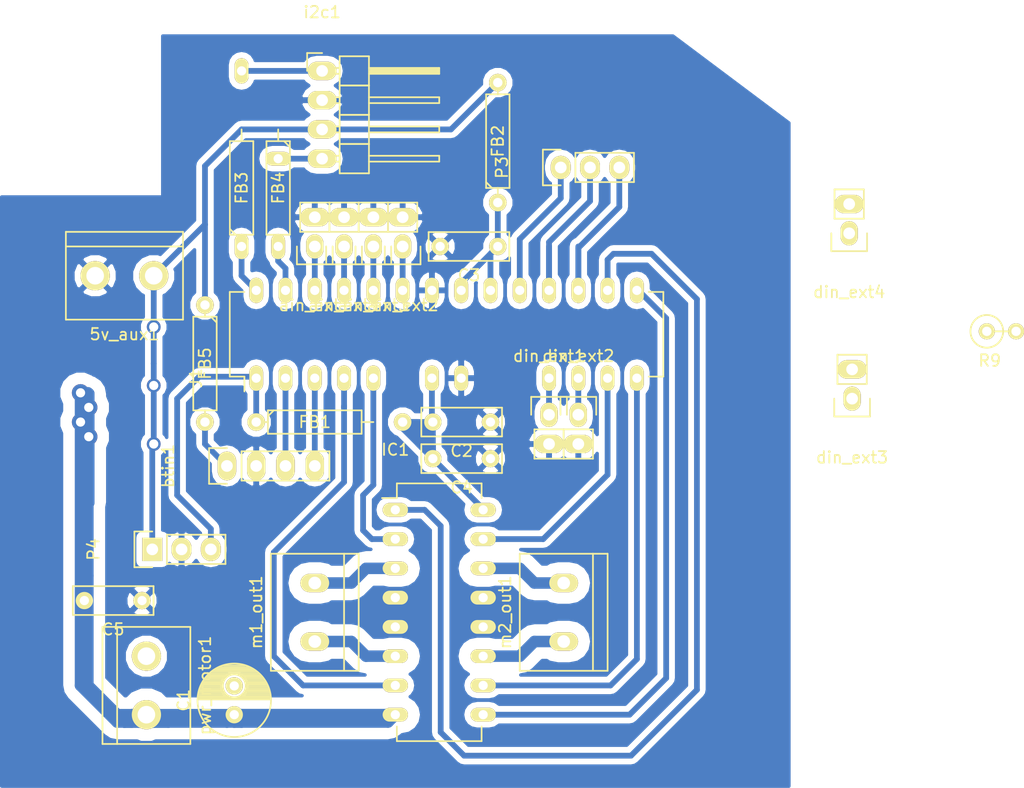
<source format=kicad_pcb>
(kicad_pcb (version 4) (host pcbnew 4.0.6)

  (general
    (links 66)
    (no_connects 7)
    (area 88.9 13.926428 178.7365 83.185001)
    (thickness 1.6)
    (drawings 3)
    (tracks 175)
    (zones 0)
    (modules 29)
    (nets 34)
  )

  (page A4)
  (layers
    (0 F.Cu signal)
    (31 B.Cu signal)
    (32 B.Adhes user)
    (33 F.Adhes user)
    (34 B.Paste user)
    (35 F.Paste user)
    (36 B.SilkS user)
    (37 F.SilkS user)
    (38 B.Mask user)
    (39 F.Mask user)
    (40 Dwgs.User user)
    (41 Cmts.User user)
    (42 Eco1.User user)
    (43 Eco2.User user)
    (44 Edge.Cuts user)
    (45 Margin user)
    (46 B.CrtYd user)
    (47 F.CrtYd user)
    (48 B.Fab user)
    (49 F.Fab user)
  )

  (setup
    (last_trace_width 0.5)
    (trace_clearance 0.5)
    (zone_clearance 0.508)
    (zone_45_only no)
    (trace_min 0.2)
    (segment_width 0.2)
    (edge_width 0.15)
    (via_size 1.2)
    (via_drill 0.8)
    (via_min_size 0.4)
    (via_min_drill 0.3)
    (uvia_size 0.3)
    (uvia_drill 0.1)
    (uvias_allowed no)
    (uvia_min_size 0.2)
    (uvia_min_drill 0.1)
    (pcb_text_width 0.3)
    (pcb_text_size 1.5 1.5)
    (mod_edge_width 0.15)
    (mod_text_size 1 1)
    (mod_text_width 0.15)
    (pad_size 2.032 1.7272)
    (pad_drill 1.016)
    (pad_to_mask_clearance 0.2)
    (solder_mask_min_width 0.3)
    (aux_axis_origin 0 0)
    (grid_origin 90.805 164.465)
    (visible_elements FFFFF77F)
    (pcbplotparams
      (layerselection 0x00030_80000001)
      (usegerberextensions false)
      (excludeedgelayer true)
      (linewidth 0.100000)
      (plotframeref false)
      (viasonmask false)
      (mode 1)
      (useauxorigin false)
      (hpglpennumber 1)
      (hpglpenspeed 20)
      (hpglpendiameter 15)
      (hpglpenoverlay 2)
      (psnegative false)
      (psa4output false)
      (plotreference true)
      (plotvalue true)
      (plotinvisibletext false)
      (padsonsilk false)
      (subtractmaskfromsilk false)
      (outputformat 5)
      (mirror false)
      (drillshape 1)
      (scaleselection 1)
      (outputdirectory output/))
  )

  (net 0 "")
  (net 1 /5V)
  (net 2 GND)
  (net 3 /VIN_MOTOR)
  (net 4 "Net-(C3-Pad1)")
  (net 5 "Net-(FB3-Pad1)")
  (net 6 /SCL)
  (net 7 /SDA)
  (net 8 "Net-(FB4-Pad2)")
  (net 9 /M1_EN)
  (net 10 /M1_L)
  (net 11 /M1_OUT_L)
  (net 12 /M1_OUT_R)
  (net 13 /M1_R)
  (net 14 /M2_EN)
  (net 15 /M2_R)
  (net 16 /M2_OUT_R)
  (net 17 /M2_OUT_L)
  (net 18 /M2_L)
  (net 19 /RX)
  (net 20 /TX)
  (net 21 /5V_FILTER)
  (net 22 /5V_FILTER_BT)
  (net 23 /A3)
  (net 24 /A0)
  (net 25 /A1)
  (net 26 /A2)
  (net 27 /D1)
  (net 28 /D2)
  (net 29 /RST)
  (net 30 /MISO)
  (net 31 GNDREF)
  (net 32 /MOSI)
  (net 33 /SCK)

  (net_class Default "This is the default net class."
    (clearance 0.5)
    (trace_width 0.5)
    (via_dia 1.2)
    (via_drill 0.8)
    (uvia_dia 0.3)
    (uvia_drill 0.1)
    (add_net /5V)
    (add_net /5V_FILTER)
    (add_net /5V_FILTER_BT)
    (add_net /A0)
    (add_net /A1)
    (add_net /A2)
    (add_net /A3)
    (add_net /D1)
    (add_net /D2)
    (add_net /M1_EN)
    (add_net /M1_L)
    (add_net /M1_R)
    (add_net /M2_EN)
    (add_net /M2_L)
    (add_net /M2_R)
    (add_net /MISO)
    (add_net /MOSI)
    (add_net /RST)
    (add_net /RX)
    (add_net /SCK)
    (add_net /SCL)
    (add_net /SDA)
    (add_net /TX)
    (add_net GND)
    (add_net GNDREF)
    (add_net "Net-(C3-Pad1)")
    (add_net "Net-(FB3-Pad1)")
    (add_net "Net-(FB4-Pad2)")
  )

  (net_class pwr ""
    (clearance 1)
    (trace_width 1)
    (via_dia 1.5)
    (via_drill 0.8)
    (uvia_dia 0.3)
    (uvia_drill 0.1)
    (add_net /M1_OUT_L)
    (add_net /M1_OUT_R)
    (add_net /M2_OUT_L)
    (add_net /M2_OUT_R)
    (add_net /VIN_MOTOR)
  )

  (module Housings_DIP:DIP-28_W7.62mm_LongPads (layer F.Cu) (tedit 58E38143) (tstamp 587A7C77)
    (at 111.125 47.625 90)
    (descr "28-lead dip package, row spacing 7.62 mm (300 mils), longer pads")
    (tags "dil dip 2.54 300")
    (path /587A7D6F)
    (fp_text reference J1 (at 0 -5.22 90) (layer F.SilkS)
      (effects (font (size 1 1) (thickness 0.15)))
    )
    (fp_text value Atmega328 (at 0 -3.72 90) (layer F.Fab)
      (effects (font (size 1 1) (thickness 0.15)))
    )
    (fp_line (start -1.4 -2.45) (end -1.4 35.5) (layer F.CrtYd) (width 0.05))
    (fp_line (start 9 -2.45) (end 9 35.5) (layer F.CrtYd) (width 0.05))
    (fp_line (start -1.4 -2.45) (end 9 -2.45) (layer F.CrtYd) (width 0.05))
    (fp_line (start -1.4 35.5) (end 9 35.5) (layer F.CrtYd) (width 0.05))
    (fp_line (start 0.135 -2.295) (end 0.135 -1.025) (layer F.SilkS) (width 0.15))
    (fp_line (start 7.485 -2.295) (end 7.485 -1.025) (layer F.SilkS) (width 0.15))
    (fp_line (start 7.485 35.315) (end 7.485 34.045) (layer F.SilkS) (width 0.15))
    (fp_line (start 0.135 35.315) (end 0.135 34.045) (layer F.SilkS) (width 0.15))
    (fp_line (start 0.135 -2.295) (end 7.485 -2.295) (layer F.SilkS) (width 0.15))
    (fp_line (start 0.135 35.315) (end 7.485 35.315) (layer F.SilkS) (width 0.15))
    (fp_line (start 0.135 -1.025) (end -1.15 -1.025) (layer F.SilkS) (width 0.15))
    (pad 19 thru_hole oval (at 7.62 22.86 90) (size 2.2 1.2) (drill 0.8) (layers *.Cu *.Mask F.SilkS)
      (net 33 /SCK))
    (pad 1 thru_hole oval (at 0 0 90) (size 2.2 1.2) (drill 0.8) (layers *.Cu *.Mask F.SilkS)
      (net 29 /RST))
    (pad 2 thru_hole oval (at 0 2.54 90) (size 2.2 1.2) (drill 0.8) (layers *.Cu *.Mask F.SilkS)
      (net 19 /RX))
    (pad 3 thru_hole oval (at 0 5.08 90) (size 2.2 1.2) (drill 0.8) (layers *.Cu *.Mask F.SilkS)
      (net 20 /TX))
    (pad 4 thru_hole oval (at 0 7.62 90) (size 2.2 1.2) (drill 0.8) (layers *.Cu *.Mask F.SilkS)
      (net 13 /M1_R))
    (pad 5 thru_hole oval (at 0 10.16 90) (size 2.2 1.2) (drill 0.8) (layers *.Cu *.Mask F.SilkS)
      (net 10 /M1_L))
    (pad 7 thru_hole oval (at 0 15.24 90) (size 2.2 1.2) (drill 0.8) (layers *.Cu *.Mask F.SilkS)
      (net 21 /5V_FILTER))
    (pad 8 thru_hole oval (at 0 17.78 90) (size 2.2 1.2) (drill 0.8) (layers *.Cu *.Mask F.SilkS)
      (net 2 GND))
    (pad 11 thru_hole oval (at 0 25.4 90) (size 2.2 1.2) (drill 0.8) (layers *.Cu *.Mask F.SilkS)
      (net 27 /D1))
    (pad 12 thru_hole oval (at 0 27.94 90) (size 2.2 1.2) (drill 0.8) (layers *.Cu *.Mask F.SilkS)
      (net 28 /D2))
    (pad 13 thru_hole oval (at 0 30.48 90) (size 2.2 1.2) (drill 0.8) (layers *.Cu *.Mask F.SilkS)
      (net 18 /M2_L))
    (pad 14 thru_hole oval (at 0 33.02 90) (size 2.2 1.2) (drill 0.8) (layers *.Cu *.Mask F.SilkS)
      (net 15 /M2_R))
    (pad 15 thru_hole oval (at 7.62 33.02 90) (size 2.2 1.2) (drill 0.8) (layers *.Cu *.Mask F.SilkS)
      (net 14 /M2_EN))
    (pad 16 thru_hole oval (at 7.62 30.48 90) (size 2.2 1.2) (drill 0.8) (layers *.Cu *.Mask F.SilkS)
      (net 9 /M1_EN))
    (pad 17 thru_hole oval (at 7.62 27.94 90) (size 2.2 1.2) (drill 0.8) (layers *.Cu *.Mask F.SilkS)
      (net 32 /MOSI))
    (pad 18 thru_hole oval (at 7.62 25.4 90) (size 2.2 1.2) (drill 0.8) (layers *.Cu *.Mask F.SilkS)
      (net 30 /MISO))
    (pad 20 thru_hole oval (at 7.62 20.32 90) (size 2.2 1.2) (drill 0.8) (layers *.Cu *.Mask F.SilkS)
      (net 4 "Net-(C3-Pad1)"))
    (pad 21 thru_hole oval (at 7.62 17.78 90) (size 2.2 1.2) (drill 0.8) (layers *.Cu *.Mask F.SilkS)
      (net 4 "Net-(C3-Pad1)"))
    (pad 22 thru_hole oval (at 7.62 15.24 90) (size 2.2 1.2) (drill 0.8) (layers *.Cu *.Mask F.SilkS)
      (net 2 GND))
    (pad 23 thru_hole oval (at 7.62 12.7 90) (size 2.2 1.2) (drill 0.8) (layers *.Cu *.Mask F.SilkS)
      (net 24 /A0))
    (pad 24 thru_hole oval (at 7.62 10.16 90) (size 2.2 1.2) (drill 0.8) (layers *.Cu *.Mask F.SilkS)
      (net 25 /A1))
    (pad 25 thru_hole oval (at 7.62 7.62 90) (size 2.2 1.2) (drill 0.8) (layers *.Cu *.Mask F.SilkS)
      (net 26 /A2))
    (pad 26 thru_hole oval (at 7.62 5.08 90) (size 2.2 1.2) (drill 0.8) (layers *.Cu *.Mask F.SilkS)
      (net 23 /A3))
    (pad 27 thru_hole oval (at 7.62 2.54 90) (size 2.2 1.2) (drill 0.8) (layers *.Cu *.Mask F.SilkS)
      (net 8 "Net-(FB4-Pad2)"))
    (pad 28 thru_hole oval (at 7.62 0 90) (size 2.2 1.2) (drill 0.8) (layers *.Cu *.Mask F.SilkS)
      (net 5 "Net-(FB3-Pad1)"))
    (model Housings_DIP.3dshapes/DIP-28_W7.62mm_LongPads.wrl
      (at (xyz 0 0 0))
      (scale (xyz 1 1 1))
      (rotate (xyz 0 0 0))
    )
  )

  (module Pin_Headers:Pin_Header_Angled_1x04 (layer F.Cu) (tedit 587EA3F2) (tstamp 587A7C43)
    (at 116.84 20.955)
    (descr "Through hole pin header")
    (tags "pin header")
    (path /587A7D7E)
    (fp_text reference i2c1 (at 0 -5.1) (layer F.SilkS)
      (effects (font (size 1 1) (thickness 0.15)))
    )
    (fp_text value CONN_4 (at 0 -3.1 90) (layer F.Fab)
      (effects (font (size 1 1) (thickness 0.15)))
    )
    (fp_line (start -1.5 -1.75) (end -1.5 9.4) (layer F.CrtYd) (width 0.05))
    (fp_line (start 10.65 -1.75) (end 10.65 9.4) (layer F.CrtYd) (width 0.05))
    (fp_line (start -1.5 -1.75) (end 10.65 -1.75) (layer F.CrtYd) (width 0.05))
    (fp_line (start -1.5 9.4) (end 10.65 9.4) (layer F.CrtYd) (width 0.05))
    (fp_line (start -1.3 -1.55) (end -1.3 0) (layer F.SilkS) (width 0.15))
    (fp_line (start 0 -1.55) (end -1.3 -1.55) (layer F.SilkS) (width 0.15))
    (fp_line (start 4.191 -0.127) (end 10.033 -0.127) (layer F.SilkS) (width 0.15))
    (fp_line (start 10.033 -0.127) (end 10.033 0.127) (layer F.SilkS) (width 0.15))
    (fp_line (start 10.033 0.127) (end 4.191 0.127) (layer F.SilkS) (width 0.15))
    (fp_line (start 4.191 0.127) (end 4.191 0) (layer F.SilkS) (width 0.15))
    (fp_line (start 4.191 0) (end 10.033 0) (layer F.SilkS) (width 0.15))
    (fp_line (start 1.524 -0.254) (end 1.143 -0.254) (layer F.SilkS) (width 0.15))
    (fp_line (start 1.524 0.254) (end 1.143 0.254) (layer F.SilkS) (width 0.15))
    (fp_line (start 1.524 2.286) (end 1.143 2.286) (layer F.SilkS) (width 0.15))
    (fp_line (start 1.524 2.794) (end 1.143 2.794) (layer F.SilkS) (width 0.15))
    (fp_line (start 1.524 4.826) (end 1.143 4.826) (layer F.SilkS) (width 0.15))
    (fp_line (start 1.524 5.334) (end 1.143 5.334) (layer F.SilkS) (width 0.15))
    (fp_line (start 1.524 7.874) (end 1.143 7.874) (layer F.SilkS) (width 0.15))
    (fp_line (start 1.524 7.366) (end 1.143 7.366) (layer F.SilkS) (width 0.15))
    (fp_line (start 1.524 -1.27) (end 4.064 -1.27) (layer F.SilkS) (width 0.15))
    (fp_line (start 1.524 1.27) (end 4.064 1.27) (layer F.SilkS) (width 0.15))
    (fp_line (start 1.524 1.27) (end 1.524 3.81) (layer F.SilkS) (width 0.15))
    (fp_line (start 1.524 3.81) (end 4.064 3.81) (layer F.SilkS) (width 0.15))
    (fp_line (start 4.064 2.286) (end 10.16 2.286) (layer F.SilkS) (width 0.15))
    (fp_line (start 10.16 2.286) (end 10.16 2.794) (layer F.SilkS) (width 0.15))
    (fp_line (start 10.16 2.794) (end 4.064 2.794) (layer F.SilkS) (width 0.15))
    (fp_line (start 4.064 3.81) (end 4.064 1.27) (layer F.SilkS) (width 0.15))
    (fp_line (start 4.064 1.27) (end 4.064 -1.27) (layer F.SilkS) (width 0.15))
    (fp_line (start 10.16 0.254) (end 4.064 0.254) (layer F.SilkS) (width 0.15))
    (fp_line (start 10.16 -0.254) (end 10.16 0.254) (layer F.SilkS) (width 0.15))
    (fp_line (start 4.064 -0.254) (end 10.16 -0.254) (layer F.SilkS) (width 0.15))
    (fp_line (start 1.524 1.27) (end 4.064 1.27) (layer F.SilkS) (width 0.15))
    (fp_line (start 1.524 -1.27) (end 1.524 1.27) (layer F.SilkS) (width 0.15))
    (fp_line (start 1.524 6.35) (end 4.064 6.35) (layer F.SilkS) (width 0.15))
    (fp_line (start 1.524 6.35) (end 1.524 8.89) (layer F.SilkS) (width 0.15))
    (fp_line (start 1.524 8.89) (end 4.064 8.89) (layer F.SilkS) (width 0.15))
    (fp_line (start 4.064 7.366) (end 10.16 7.366) (layer F.SilkS) (width 0.15))
    (fp_line (start 10.16 7.366) (end 10.16 7.874) (layer F.SilkS) (width 0.15))
    (fp_line (start 10.16 7.874) (end 4.064 7.874) (layer F.SilkS) (width 0.15))
    (fp_line (start 4.064 8.89) (end 4.064 6.35) (layer F.SilkS) (width 0.15))
    (fp_line (start 4.064 6.35) (end 4.064 3.81) (layer F.SilkS) (width 0.15))
    (fp_line (start 10.16 5.334) (end 4.064 5.334) (layer F.SilkS) (width 0.15))
    (fp_line (start 10.16 4.826) (end 10.16 5.334) (layer F.SilkS) (width 0.15))
    (fp_line (start 4.064 4.826) (end 10.16 4.826) (layer F.SilkS) (width 0.15))
    (fp_line (start 1.524 6.35) (end 4.064 6.35) (layer F.SilkS) (width 0.15))
    (fp_line (start 1.524 3.81) (end 1.524 6.35) (layer F.SilkS) (width 0.15))
    (fp_line (start 1.524 3.81) (end 4.064 3.81) (layer F.SilkS) (width 0.15))
    (pad 1 thru_hole oval (at 0 0) (size 2.5 1.6) (drill 1.016) (layers *.Cu *.Mask F.SilkS)
      (net 6 /SCL))
    (pad 2 thru_hole oval (at 0 2.54) (size 2.5 1.6) (drill 1.016) (layers *.Cu *.Mask F.SilkS)
      (net 2 GND))
    (pad 3 thru_hole oval (at 0 5.08) (size 2.5 1.6) (drill 1.016) (layers *.Cu *.Mask F.SilkS)
      (net 1 /5V))
    (pad 4 thru_hole oval (at 0 7.62) (size 2.5 1.6) (drill 1.016) (layers *.Cu *.Mask F.SilkS)
      (net 7 /SDA))
    (model Pin_Headers.3dshapes/Pin_Header_Angled_1x04.wrl
      (at (xyz 0 -0.15 0))
      (scale (xyz 1 1 1))
      (rotate (xyz 0 0 90))
    )
  )

  (module Housings_DIP:DIP-16_W7.62mm_LongPads (layer F.Cu) (tedit 587CF6DD) (tstamp 587A7C57)
    (at 123.19 59.055)
    (descr "16-lead dip package, row spacing 7.62 mm (300 mils), longer pads")
    (tags "dil dip 2.54 300")
    (path /587A7D9E)
    (fp_text reference IC1 (at 0 -5.22) (layer F.SilkS)
      (effects (font (size 1 1) (thickness 0.15)))
    )
    (fp_text value L293D (at 0 -3.72) (layer F.Fab)
      (effects (font (size 1 1) (thickness 0.15)))
    )
    (fp_line (start -1.4 -2.45) (end -1.4 20.25) (layer F.CrtYd) (width 0.05))
    (fp_line (start 9 -2.45) (end 9 20.25) (layer F.CrtYd) (width 0.05))
    (fp_line (start -1.4 -2.45) (end 9 -2.45) (layer F.CrtYd) (width 0.05))
    (fp_line (start -1.4 20.25) (end 9 20.25) (layer F.CrtYd) (width 0.05))
    (fp_line (start 0.135 -2.295) (end 0.135 -1.025) (layer F.SilkS) (width 0.15))
    (fp_line (start 7.485 -2.295) (end 7.485 -1.025) (layer F.SilkS) (width 0.15))
    (fp_line (start 7.485 20.075) (end 7.485 18.805) (layer F.SilkS) (width 0.15))
    (fp_line (start 0.135 20.075) (end 0.135 18.805) (layer F.SilkS) (width 0.15))
    (fp_line (start 0.135 -2.295) (end 7.485 -2.295) (layer F.SilkS) (width 0.15))
    (fp_line (start 0.135 20.075) (end 7.485 20.075) (layer F.SilkS) (width 0.15))
    (fp_line (start 0.135 -1.025) (end -1.15 -1.025) (layer F.SilkS) (width 0.15))
    (pad 1 thru_hole oval (at 0 0) (size 2.2 1.2) (drill 0.8) (layers *.Cu *.Mask F.SilkS)
      (net 9 /M1_EN))
    (pad 2 thru_hole oval (at 0 2.54) (size 2.2 1.2) (drill 0.8) (layers *.Cu *.Mask F.SilkS)
      (net 10 /M1_L))
    (pad 3 thru_hole oval (at 0 5.08) (size 2.2 1.2) (drill 0.8) (layers *.Cu *.Mask F.SilkS)
      (net 11 /M1_OUT_L))
    (pad 4 thru_hole oval (at 0 7.62) (size 2.2 1.2) (drill 0.8) (layers *.Cu *.Mask F.SilkS)
      (net 2 GND) (zone_connect 2))
    (pad 5 thru_hole oval (at 0 10.16) (size 2.2 1.2) (drill 0.8) (layers *.Cu *.Mask F.SilkS)
      (net 2 GND) (zone_connect 2))
    (pad 6 thru_hole oval (at 0 12.7) (size 2.2 1.2) (drill 0.8) (layers *.Cu *.Mask F.SilkS)
      (net 12 /M1_OUT_R))
    (pad 7 thru_hole oval (at 0 15.24) (size 2.2 1.2) (drill 0.8) (layers *.Cu *.Mask F.SilkS)
      (net 13 /M1_R))
    (pad 8 thru_hole oval (at 0 17.78) (size 2.2 1.2) (drill 0.8) (layers *.Cu *.Mask F.SilkS)
      (net 3 /VIN_MOTOR))
    (pad 9 thru_hole oval (at 7.62 17.78) (size 2.2 1.2) (drill 0.8) (layers *.Cu *.Mask F.SilkS)
      (net 14 /M2_EN))
    (pad 10 thru_hole oval (at 7.62 15.24) (size 2.2 1.2) (drill 0.8) (layers *.Cu *.Mask F.SilkS)
      (net 15 /M2_R))
    (pad 11 thru_hole oval (at 7.62 12.7) (size 2.2 1.2) (drill 0.8) (layers *.Cu *.Mask F.SilkS)
      (net 16 /M2_OUT_R))
    (pad 12 thru_hole oval (at 7.62 10.16) (size 2.2 1.2) (drill 0.8) (layers *.Cu *.Mask F.SilkS)
      (net 2 GND) (zone_connect 2))
    (pad 13 thru_hole oval (at 7.62 7.62) (size 2.2 1.2) (drill 0.8) (layers *.Cu *.Mask F.SilkS)
      (net 2 GND) (zone_connect 2))
    (pad 14 thru_hole oval (at 7.62 5.08) (size 2.2 1.2) (drill 0.8) (layers *.Cu *.Mask F.SilkS)
      (net 17 /M2_OUT_L))
    (pad 15 thru_hole oval (at 7.62 2.54) (size 2.2 1.2) (drill 0.8) (layers *.Cu *.Mask F.SilkS)
      (net 18 /M2_L))
    (pad 16 thru_hole oval (at 7.62 0) (size 2.2 1.2) (drill 0.8) (layers *.Cu *.Mask F.SilkS)
      (net 21 /5V_FILTER))
    (model Housings_DIP.3dshapes/DIP-16_W7.62mm_LongPads.wrl
      (at (xyz 0 0 0))
      (scale (xyz 1 1 1))
      (rotate (xyz 0 0 0))
    )
  )

  (module Connect:bornier2 (layer F.Cu) (tedit 587D00D7) (tstamp 587A7C0B)
    (at 99.695 38.735 180)
    (descr "Bornier d'alimentation 2 pins")
    (tags DEV)
    (path /587A7D77)
    (fp_text reference 5v_aux1 (at 0 -5.08 180) (layer F.SilkS)
      (effects (font (size 1 1) (thickness 0.15)))
    )
    (fp_text value CONN_2 (at 0 5.08 180) (layer F.Fab)
      (effects (font (size 1 1) (thickness 0.15)))
    )
    (fp_line (start 5.08 2.54) (end -5.08 2.54) (layer F.SilkS) (width 0.15))
    (fp_line (start 5.08 3.81) (end 5.08 -3.81) (layer F.SilkS) (width 0.15))
    (fp_line (start 5.08 -3.81) (end -5.08 -3.81) (layer F.SilkS) (width 0.15))
    (fp_line (start -5.08 -3.81) (end -5.08 3.81) (layer F.SilkS) (width 0.15))
    (fp_line (start -5.08 3.81) (end 5.08 3.81) (layer F.SilkS) (width 0.15))
    (pad 1 thru_hole circle (at -2.54 0 180) (size 2.54 2.54) (drill 1.524) (layers *.Cu *.Mask F.SilkS)
      (net 1 /5V))
    (pad 2 thru_hole circle (at 2.54 0 180) (size 2.54 2.54) (drill 1.524) (layers *.Cu *.Mask F.SilkS)
      (net 2 GND))
    (model Connect.3dshapes/bornier2.wrl
      (at (xyz 0 0 0))
      (scale (xyz 1 1 1))
      (rotate (xyz 0 0 0))
    )
  )

  (module Capacitors_ThroughHole:C_Radial_D6.3_L11.2_P2.5 (layer F.Cu) (tedit 587CF563) (tstamp 587A7C11)
    (at 109.22 76.835 90)
    (descr "Radial Electrolytic Capacitor, Diameter 6.3mm x Length 11.2mm, Pitch 2.5mm")
    (tags "Electrolytic Capacitor")
    (path /587A7D89)
    (fp_text reference C1 (at 1.25 -4.4 90) (layer F.SilkS)
      (effects (font (size 1 1) (thickness 0.15)))
    )
    (fp_text value 470uF (at 1.25 4.4 90) (layer F.Fab)
      (effects (font (size 1 1) (thickness 0.15)))
    )
    (fp_line (start 1.325 -3.149) (end 1.325 3.149) (layer F.SilkS) (width 0.15))
    (fp_line (start 1.465 -3.143) (end 1.465 3.143) (layer F.SilkS) (width 0.15))
    (fp_line (start 1.605 -3.13) (end 1.605 -0.446) (layer F.SilkS) (width 0.15))
    (fp_line (start 1.605 0.446) (end 1.605 3.13) (layer F.SilkS) (width 0.15))
    (fp_line (start 1.745 -3.111) (end 1.745 -0.656) (layer F.SilkS) (width 0.15))
    (fp_line (start 1.745 0.656) (end 1.745 3.111) (layer F.SilkS) (width 0.15))
    (fp_line (start 1.885 -3.085) (end 1.885 -0.789) (layer F.SilkS) (width 0.15))
    (fp_line (start 1.885 0.789) (end 1.885 3.085) (layer F.SilkS) (width 0.15))
    (fp_line (start 2.025 -3.053) (end 2.025 -0.88) (layer F.SilkS) (width 0.15))
    (fp_line (start 2.025 0.88) (end 2.025 3.053) (layer F.SilkS) (width 0.15))
    (fp_line (start 2.165 -3.014) (end 2.165 -0.942) (layer F.SilkS) (width 0.15))
    (fp_line (start 2.165 0.942) (end 2.165 3.014) (layer F.SilkS) (width 0.15))
    (fp_line (start 2.305 -2.968) (end 2.305 -0.981) (layer F.SilkS) (width 0.15))
    (fp_line (start 2.305 0.981) (end 2.305 2.968) (layer F.SilkS) (width 0.15))
    (fp_line (start 2.445 -2.915) (end 2.445 -0.998) (layer F.SilkS) (width 0.15))
    (fp_line (start 2.445 0.998) (end 2.445 2.915) (layer F.SilkS) (width 0.15))
    (fp_line (start 2.585 -2.853) (end 2.585 -0.996) (layer F.SilkS) (width 0.15))
    (fp_line (start 2.585 0.996) (end 2.585 2.853) (layer F.SilkS) (width 0.15))
    (fp_line (start 2.725 -2.783) (end 2.725 -0.974) (layer F.SilkS) (width 0.15))
    (fp_line (start 2.725 0.974) (end 2.725 2.783) (layer F.SilkS) (width 0.15))
    (fp_line (start 2.865 -2.704) (end 2.865 -0.931) (layer F.SilkS) (width 0.15))
    (fp_line (start 2.865 0.931) (end 2.865 2.704) (layer F.SilkS) (width 0.15))
    (fp_line (start 3.005 -2.616) (end 3.005 -0.863) (layer F.SilkS) (width 0.15))
    (fp_line (start 3.005 0.863) (end 3.005 2.616) (layer F.SilkS) (width 0.15))
    (fp_line (start 3.145 -2.516) (end 3.145 -0.764) (layer F.SilkS) (width 0.15))
    (fp_line (start 3.145 0.764) (end 3.145 2.516) (layer F.SilkS) (width 0.15))
    (fp_line (start 3.285 -2.404) (end 3.285 -0.619) (layer F.SilkS) (width 0.15))
    (fp_line (start 3.285 0.619) (end 3.285 2.404) (layer F.SilkS) (width 0.15))
    (fp_line (start 3.425 -2.279) (end 3.425 -0.38) (layer F.SilkS) (width 0.15))
    (fp_line (start 3.425 0.38) (end 3.425 2.279) (layer F.SilkS) (width 0.15))
    (fp_line (start 3.565 -2.136) (end 3.565 2.136) (layer F.SilkS) (width 0.15))
    (fp_line (start 3.705 -1.974) (end 3.705 1.974) (layer F.SilkS) (width 0.15))
    (fp_line (start 3.845 -1.786) (end 3.845 1.786) (layer F.SilkS) (width 0.15))
    (fp_line (start 3.985 -1.563) (end 3.985 1.563) (layer F.SilkS) (width 0.15))
    (fp_line (start 4.125 -1.287) (end 4.125 1.287) (layer F.SilkS) (width 0.15))
    (fp_line (start 4.265 -0.912) (end 4.265 0.912) (layer F.SilkS) (width 0.15))
    (fp_circle (center 2.5 0) (end 2.5 -1) (layer F.SilkS) (width 0.15))
    (fp_circle (center 1.25 0) (end 1.25 -3.1875) (layer F.SilkS) (width 0.15))
    (fp_circle (center 1.25 0) (end 1.25 -3.4) (layer F.CrtYd) (width 0.05))
    (pad 2 thru_hole circle (at 2.5 0 90) (size 1.5 1.5) (drill 0.8) (layers *.Cu *.Mask F.SilkS)
      (net 31 GNDREF))
    (pad 1 thru_hole circle (at 0 0 90) (size 1.5 1.5) (drill 0.8) (layers *.Cu *.Mask F.SilkS)
      (net 3 /VIN_MOTOR))
    (model Capacitors_ThroughHole.3dshapes/C_Radial_D6.3_L11.2_P2.5.wrl
      (at (xyz 0 0 0))
      (scale (xyz 1 1 1))
      (rotate (xyz 0 0 0))
    )
  )

  (module Capacitors_ThroughHole:C_Rect_L7_W2.5_P5 (layer F.Cu) (tedit 587CF54E) (tstamp 587A7C17)
    (at 131.445 51.435 180)
    (descr "Film Capacitor Length 7mm x Width 2.5mm, Pitch 5mm")
    (tags Capacitor)
    (path /587A7D70)
    (fp_text reference C2 (at 2.5 -2.5 180) (layer F.SilkS)
      (effects (font (size 1 1) (thickness 0.15)))
    )
    (fp_text value 100nF (at 2.5 2.5 180) (layer F.Fab)
      (effects (font (size 1 1) (thickness 0.15)))
    )
    (fp_line (start -1.25 -1.5) (end 6.25 -1.5) (layer F.CrtYd) (width 0.05))
    (fp_line (start 6.25 -1.5) (end 6.25 1.5) (layer F.CrtYd) (width 0.05))
    (fp_line (start 6.25 1.5) (end -1.25 1.5) (layer F.CrtYd) (width 0.05))
    (fp_line (start -1.25 1.5) (end -1.25 -1.5) (layer F.CrtYd) (width 0.05))
    (fp_line (start -1 -1.25) (end 6 -1.25) (layer F.SilkS) (width 0.15))
    (fp_line (start 6 -1.25) (end 6 1.25) (layer F.SilkS) (width 0.15))
    (fp_line (start 6 1.25) (end -1 1.25) (layer F.SilkS) (width 0.15))
    (fp_line (start -1 1.25) (end -1 -1.25) (layer F.SilkS) (width 0.15))
    (pad 1 thru_hole circle (at 0 0 180) (size 1.5 1.5) (drill 0.8) (layers *.Cu *.Mask F.SilkS)
      (net 2 GND))
    (pad 2 thru_hole circle (at 5 0 180) (size 1.5 1.5) (drill 0.8) (layers *.Cu *.Mask F.SilkS)
      (net 21 /5V_FILTER))
  )

  (module Capacitors_ThroughHole:C_Rect_L7_W2.5_P5 (layer F.Cu) (tedit 587CF558) (tstamp 587A7C1D)
    (at 132.08 36.195 180)
    (descr "Film Capacitor Length 7mm x Width 2.5mm, Pitch 5mm")
    (tags Capacitor)
    (path /587A7D75)
    (fp_text reference C3 (at 2.5 -2.5 180) (layer F.SilkS)
      (effects (font (size 1 1) (thickness 0.15)))
    )
    (fp_text value 100nF (at 2.5 2.5 180) (layer F.Fab)
      (effects (font (size 1 1) (thickness 0.15)))
    )
    (fp_line (start -1.25 -1.5) (end 6.25 -1.5) (layer F.CrtYd) (width 0.05))
    (fp_line (start 6.25 -1.5) (end 6.25 1.5) (layer F.CrtYd) (width 0.05))
    (fp_line (start 6.25 1.5) (end -1.25 1.5) (layer F.CrtYd) (width 0.05))
    (fp_line (start -1.25 1.5) (end -1.25 -1.5) (layer F.CrtYd) (width 0.05))
    (fp_line (start -1 -1.25) (end 6 -1.25) (layer F.SilkS) (width 0.15))
    (fp_line (start 6 -1.25) (end 6 1.25) (layer F.SilkS) (width 0.15))
    (fp_line (start 6 1.25) (end -1 1.25) (layer F.SilkS) (width 0.15))
    (fp_line (start -1 1.25) (end -1 -1.25) (layer F.SilkS) (width 0.15))
    (pad 1 thru_hole circle (at 0 0 180) (size 1.5 1.5) (drill 0.8) (layers *.Cu *.Mask F.SilkS)
      (net 4 "Net-(C3-Pad1)"))
    (pad 2 thru_hole circle (at 5 0 180) (size 1.5 1.5) (drill 0.8) (layers *.Cu *.Mask F.SilkS)
      (net 2 GND))
  )

  (module Capacitors_ThroughHole:C_Rect_L7_W2.5_P5 (layer F.Cu) (tedit 587CF550) (tstamp 587A7C23)
    (at 131.445 54.61 180)
    (descr "Film Capacitor Length 7mm x Width 2.5mm, Pitch 5mm")
    (tags Capacitor)
    (path /587A7D88)
    (fp_text reference C4 (at 2.5 -2.5 180) (layer F.SilkS)
      (effects (font (size 1 1) (thickness 0.15)))
    )
    (fp_text value 100n (at 2.5 2.5 180) (layer F.Fab)
      (effects (font (size 1 1) (thickness 0.15)))
    )
    (fp_line (start -1.25 -1.5) (end 6.25 -1.5) (layer F.CrtYd) (width 0.05))
    (fp_line (start 6.25 -1.5) (end 6.25 1.5) (layer F.CrtYd) (width 0.05))
    (fp_line (start 6.25 1.5) (end -1.25 1.5) (layer F.CrtYd) (width 0.05))
    (fp_line (start -1.25 1.5) (end -1.25 -1.5) (layer F.CrtYd) (width 0.05))
    (fp_line (start -1 -1.25) (end 6 -1.25) (layer F.SilkS) (width 0.15))
    (fp_line (start 6 -1.25) (end 6 1.25) (layer F.SilkS) (width 0.15))
    (fp_line (start 6 1.25) (end -1 1.25) (layer F.SilkS) (width 0.15))
    (fp_line (start -1 1.25) (end -1 -1.25) (layer F.SilkS) (width 0.15))
    (pad 1 thru_hole circle (at 0 0 180) (size 1.5 1.5) (drill 0.8) (layers *.Cu *.Mask F.SilkS)
      (net 2 GND))
    (pad 2 thru_hole circle (at 5 0 180) (size 1.5 1.5) (drill 0.8) (layers *.Cu *.Mask F.SilkS)
      (net 21 /5V_FILTER))
  )

  (module Discret:R4 (layer F.Cu) (tedit 587A8339) (tstamp 587A7C29)
    (at 116.205 51.435)
    (descr "Resitance 4 pas")
    (tags R)
    (path /587A7D7C)
    (fp_text reference FB1 (at 0 0) (layer F.SilkS)
      (effects (font (size 1 1) (thickness 0.15)))
    )
    (fp_text value FILTER (at 0 0) (layer F.Fab)
      (effects (font (size 1 1) (thickness 0.15)))
    )
    (fp_line (start -5.08 0) (end -4.064 0) (layer F.SilkS) (width 0.15))
    (fp_line (start -4.064 0) (end -4.064 -1.016) (layer F.SilkS) (width 0.15))
    (fp_line (start -4.064 -1.016) (end 4.064 -1.016) (layer F.SilkS) (width 0.15))
    (fp_line (start 4.064 -1.016) (end 4.064 1.016) (layer F.SilkS) (width 0.15))
    (fp_line (start 4.064 1.016) (end -4.064 1.016) (layer F.SilkS) (width 0.15))
    (fp_line (start -4.064 1.016) (end -4.064 0) (layer F.SilkS) (width 0.15))
    (fp_line (start -4.064 -0.508) (end -3.556 -1.016) (layer F.SilkS) (width 0.15))
    (fp_line (start 5.08 0) (end 4.064 0) (layer F.SilkS) (width 0.15))
    (pad 1 thru_hole circle (at -5.08 0) (size 1.524 1.524) (drill 0.8128) (layers *.Cu *.Mask F.SilkS)
      (net 1 /5V))
    (pad 2 thru_hole circle (at 7.62 0) (size 1.524 1.524) (drill 0.8128) (layers *.Cu *.Mask F.SilkS)
      (net 21 /5V_FILTER))
    (model Discret.3dshapes/R4.wrl
      (at (xyz 0 0 0))
      (scale (xyz 0.4 0.4 0.4))
      (rotate (xyz 0 0 0))
    )
  )

  (module Discret:R4 (layer F.Cu) (tedit 58E37F9F) (tstamp 587A7C2F)
    (at 132.08 27.051 90)
    (descr "Resitance 4 pas")
    (tags R)
    (path /587A7D7B)
    (fp_text reference FB2 (at 0 0 90) (layer F.SilkS)
      (effects (font (size 1 1) (thickness 0.15)))
    )
    (fp_text value FILTER (at -1.27 0 90) (layer F.Fab)
      (effects (font (size 1 1) (thickness 0.15)))
    )
    (fp_line (start -5.08 0) (end -4.064 0) (layer F.SilkS) (width 0.15))
    (fp_line (start -4.064 0) (end -4.064 -1.016) (layer F.SilkS) (width 0.15))
    (fp_line (start -4.064 -1.016) (end 4.064 -1.016) (layer F.SilkS) (width 0.15))
    (fp_line (start 4.064 -1.016) (end 4.064 1.016) (layer F.SilkS) (width 0.15))
    (fp_line (start 4.064 1.016) (end -4.064 1.016) (layer F.SilkS) (width 0.15))
    (fp_line (start -4.064 1.016) (end -4.064 0) (layer F.SilkS) (width 0.15))
    (fp_line (start -4.064 -0.508) (end -3.556 -1.016) (layer F.SilkS) (width 0.15))
    (fp_line (start 5.08 0) (end 4.064 0) (layer F.SilkS) (width 0.15))
    (pad 1 thru_hole circle (at -5.334 0 90) (size 1.524 1.524) (drill 0.8128) (layers *.Cu *.Mask F.SilkS)
      (net 4 "Net-(C3-Pad1)"))
    (pad 2 thru_hole circle (at 5.08 0 90) (size 1.524 1.524) (drill 0.8128) (layers *.Cu *.Mask F.SilkS)
      (net 1 /5V))
    (model Discret.3dshapes/R4.wrl
      (at (xyz 0 0 0))
      (scale (xyz 0.4 0.4 0.4))
      (rotate (xyz 0 0 0))
    )
  )

  (module Discret:R4 (layer F.Cu) (tedit 587EA37E) (tstamp 587A7C35)
    (at 109.855 31.115 90)
    (descr "Resitance 4 pas")
    (tags R)
    (path /587A7D79)
    (fp_text reference FB3 (at 0 0 90) (layer F.SilkS)
      (effects (font (size 1 1) (thickness 0.15)))
    )
    (fp_text value FILTER (at 0 0 270) (layer F.Fab)
      (effects (font (size 1 1) (thickness 0.15)))
    )
    (fp_line (start -5.08 0) (end -4.064 0) (layer F.SilkS) (width 0.15))
    (fp_line (start -4.064 0) (end -4.064 -1.016) (layer F.SilkS) (width 0.15))
    (fp_line (start -4.064 -1.016) (end 4.064 -1.016) (layer F.SilkS) (width 0.15))
    (fp_line (start 4.064 -1.016) (end 4.064 1.016) (layer F.SilkS) (width 0.15))
    (fp_line (start 4.064 1.016) (end -4.064 1.016) (layer F.SilkS) (width 0.15))
    (fp_line (start -4.064 1.016) (end -4.064 0) (layer F.SilkS) (width 0.15))
    (fp_line (start -4.064 -0.508) (end -3.556 -1.016) (layer F.SilkS) (width 0.15))
    (fp_line (start 5.08 0) (end 4.064 0) (layer F.SilkS) (width 0.15))
    (pad 1 thru_hole oval (at -5.08 0 90) (size 2.2 1.2) (drill 0.8) (layers *.Cu *.Mask F.SilkS)
      (net 5 "Net-(FB3-Pad1)"))
    (pad 2 thru_hole oval (at 10.16 0 90) (size 2.2 1.2) (drill 0.8) (layers *.Cu *.Mask F.SilkS)
      (net 6 /SCL))
    (model Discret.3dshapes/R4.wrl
      (at (xyz 0 0 0))
      (scale (xyz 0.4 0.4 0.4))
      (rotate (xyz 0 0 0))
    )
  )

  (module Discret:R4 (layer F.Cu) (tedit 587EA39F) (tstamp 587A7C3B)
    (at 113.03 31.115 270)
    (descr "Resitance 4 pas")
    (tags R)
    (path /587A7D7A)
    (fp_text reference FB4 (at 0 0 270) (layer F.SilkS)
      (effects (font (size 1 1) (thickness 0.15)))
    )
    (fp_text value FILTER (at 0 0 270) (layer F.Fab)
      (effects (font (size 1 1) (thickness 0.15)))
    )
    (fp_line (start -5.08 0) (end -4.064 0) (layer F.SilkS) (width 0.15))
    (fp_line (start -4.064 0) (end -4.064 -1.016) (layer F.SilkS) (width 0.15))
    (fp_line (start -4.064 -1.016) (end 4.064 -1.016) (layer F.SilkS) (width 0.15))
    (fp_line (start 4.064 -1.016) (end 4.064 1.016) (layer F.SilkS) (width 0.15))
    (fp_line (start 4.064 1.016) (end -4.064 1.016) (layer F.SilkS) (width 0.15))
    (fp_line (start -4.064 1.016) (end -4.064 0) (layer F.SilkS) (width 0.15))
    (fp_line (start -4.064 -0.508) (end -3.556 -1.016) (layer F.SilkS) (width 0.15))
    (fp_line (start 5.08 0) (end 4.064 0) (layer F.SilkS) (width 0.15))
    (pad 1 thru_hole oval (at -2.54 0 270) (size 1.2 2.2) (drill 0.8) (layers *.Cu *.Mask F.SilkS)
      (net 7 /SDA))
    (pad 2 thru_hole oval (at 5.08 0 270) (size 2.2 1.2) (drill 0.8) (layers *.Cu *.Mask F.SilkS)
      (net 8 "Net-(FB4-Pad2)"))
    (model Discret.3dshapes/R4.wrl
      (at (xyz 0 0 0))
      (scale (xyz 0.4 0.4 0.4))
      (rotate (xyz 0 0 0))
    )
  )

  (module Connect:bornier2 (layer F.Cu) (tedit 587A7EDB) (tstamp 587A7C89)
    (at 101.6 74.295 270)
    (descr "Bornier d'alimentation 2 pins")
    (tags DEV)
    (path /587A7D76)
    (fp_text reference pwr_motor1 (at 0 -5.08 270) (layer F.SilkS)
      (effects (font (size 1 1) (thickness 0.15)))
    )
    (fp_text value CONN_2 (at 0 5.08 270) (layer F.Fab)
      (effects (font (size 1 1) (thickness 0.15)))
    )
    (fp_line (start 5.08 2.54) (end -5.08 2.54) (layer F.SilkS) (width 0.15))
    (fp_line (start 5.08 3.81) (end 5.08 -3.81) (layer F.SilkS) (width 0.15))
    (fp_line (start 5.08 -3.81) (end -5.08 -3.81) (layer F.SilkS) (width 0.15))
    (fp_line (start -5.08 -3.81) (end -5.08 3.81) (layer F.SilkS) (width 0.15))
    (fp_line (start -5.08 3.81) (end 5.08 3.81) (layer F.SilkS) (width 0.15))
    (pad 1 thru_hole circle (at -2.54 0 270) (size 2.54 2.54) (drill 1.524) (layers *.Cu *.Mask F.SilkS)
      (net 31 GNDREF))
    (pad 2 thru_hole circle (at 2.54 0 270) (size 2.54 2.54) (drill 1.524) (layers *.Cu *.Mask F.SilkS)
      (net 3 /VIN_MOTOR))
    (model Connect.3dshapes/bornier2.wrl
      (at (xyz 0 0 0))
      (scale (xyz 1 1 1))
      (rotate (xyz 0 0 0))
    )
  )

  (module Connect:bornier2 (layer F.Cu) (tedit 587CF79F) (tstamp 587D0B18)
    (at 116.205 67.945 90)
    (descr "Bornier d'alimentation 2 pins")
    (tags DEV)
    (path /587B169C)
    (fp_text reference m1_out1 (at 0 -5.08 90) (layer F.SilkS)
      (effects (font (size 1 1) (thickness 0.15)))
    )
    (fp_text value CONN_2 (at 0 5.08 90) (layer F.Fab)
      (effects (font (size 1 1) (thickness 0.15)))
    )
    (fp_line (start 5.08 2.54) (end -5.08 2.54) (layer F.SilkS) (width 0.15))
    (fp_line (start 5.08 3.81) (end 5.08 -3.81) (layer F.SilkS) (width 0.15))
    (fp_line (start 5.08 -3.81) (end -5.08 -3.81) (layer F.SilkS) (width 0.15))
    (fp_line (start -5.08 -3.81) (end -5.08 3.81) (layer F.SilkS) (width 0.15))
    (fp_line (start -5.08 3.81) (end 5.08 3.81) (layer F.SilkS) (width 0.15))
    (pad 1 thru_hole oval (at -2.54 0 90) (size 1.6 2.5) (drill 1.1) (layers *.Cu *.Mask F.SilkS)
      (net 12 /M1_OUT_R))
    (pad 2 thru_hole oval (at 2.54 0 90) (size 1.6 2.5) (drill 1.1) (layers *.Cu *.Mask F.SilkS)
      (net 11 /M1_OUT_L))
    (model Connect.3dshapes/bornier2.wrl
      (at (xyz 0 0 0))
      (scale (xyz 1 1 1))
      (rotate (xyz 0 0 0))
    )
  )

  (module Connect:bornier2 (layer F.Cu) (tedit 587CF7A8) (tstamp 587D0B22)
    (at 137.795 67.945 90)
    (descr "Bornier d'alimentation 2 pins")
    (tags DEV)
    (path /587B1704)
    (fp_text reference m2_out1 (at 0 -5.08 90) (layer F.SilkS)
      (effects (font (size 1 1) (thickness 0.15)))
    )
    (fp_text value CONN_2 (at 0 5.08 90) (layer F.Fab)
      (effects (font (size 1 1) (thickness 0.15)))
    )
    (fp_line (start 5.08 2.54) (end -5.08 2.54) (layer F.SilkS) (width 0.15))
    (fp_line (start 5.08 3.81) (end 5.08 -3.81) (layer F.SilkS) (width 0.15))
    (fp_line (start 5.08 -3.81) (end -5.08 -3.81) (layer F.SilkS) (width 0.15))
    (fp_line (start -5.08 -3.81) (end -5.08 3.81) (layer F.SilkS) (width 0.15))
    (fp_line (start -5.08 3.81) (end 5.08 3.81) (layer F.SilkS) (width 0.15))
    (pad 1 thru_hole oval (at -2.54 0 90) (size 1.6 2.5) (drill 1.1) (layers *.Cu *.Mask F.SilkS)
      (net 16 /M2_OUT_R))
    (pad 2 thru_hole oval (at 2.54 0 90) (size 1.6 2.5) (drill 1.1) (layers *.Cu *.Mask F.SilkS)
      (net 17 /M2_OUT_L))
    (model Connect.3dshapes/bornier2.wrl
      (at (xyz 0 0 0))
      (scale (xyz 1 1 1))
      (rotate (xyz 0 0 0))
    )
  )

  (module Discret:R4 (layer F.Cu) (tedit 0) (tstamp 587D170D)
    (at 106.68 46.355 270)
    (descr "Resitance 4 pas")
    (tags R)
    (path /587D1CFF)
    (fp_text reference FB5 (at 0 0 270) (layer F.SilkS)
      (effects (font (size 1 1) (thickness 0.15)))
    )
    (fp_text value FILTER (at 0 0 270) (layer F.Fab)
      (effects (font (size 1 1) (thickness 0.15)))
    )
    (fp_line (start -5.08 0) (end -4.064 0) (layer F.SilkS) (width 0.15))
    (fp_line (start -4.064 0) (end -4.064 -1.016) (layer F.SilkS) (width 0.15))
    (fp_line (start -4.064 -1.016) (end 4.064 -1.016) (layer F.SilkS) (width 0.15))
    (fp_line (start 4.064 -1.016) (end 4.064 1.016) (layer F.SilkS) (width 0.15))
    (fp_line (start 4.064 1.016) (end -4.064 1.016) (layer F.SilkS) (width 0.15))
    (fp_line (start -4.064 1.016) (end -4.064 0) (layer F.SilkS) (width 0.15))
    (fp_line (start -4.064 -0.508) (end -3.556 -1.016) (layer F.SilkS) (width 0.15))
    (fp_line (start 5.08 0) (end 4.064 0) (layer F.SilkS) (width 0.15))
    (pad 1 thru_hole circle (at -5.08 0 270) (size 1.524 1.524) (drill 0.8128) (layers *.Cu *.Mask F.SilkS)
      (net 1 /5V))
    (pad 2 thru_hole circle (at 5.08 0 270) (size 1.524 1.524) (drill 0.8128) (layers *.Cu *.Mask F.SilkS)
      (net 22 /5V_FILTER_BT))
    (model Discret.3dshapes/R4.wrl
      (at (xyz 0 0 0))
      (scale (xyz 0.4 0.4 0.4))
      (rotate (xyz 0 0 0))
    )
  )

  (module Pin_Headers:Pin_Header_Straight_1x04 (layer F.Cu) (tedit 587EA423) (tstamp 587FD8C1)
    (at 108.585 55.245 90)
    (descr "Through hole pin header")
    (tags "pin header")
    (path /587D1EE4)
    (fp_text reference btin1 (at 0 -5.1 90) (layer F.SilkS)
      (effects (font (size 1 1) (thickness 0.15)))
    )
    (fp_text value CONN_4 (at 0 -3.1 90) (layer F.Fab)
      (effects (font (size 1 1) (thickness 0.15)))
    )
    (fp_line (start -1.75 -1.75) (end -1.75 9.4) (layer F.CrtYd) (width 0.05))
    (fp_line (start 1.75 -1.75) (end 1.75 9.4) (layer F.CrtYd) (width 0.05))
    (fp_line (start -1.75 -1.75) (end 1.75 -1.75) (layer F.CrtYd) (width 0.05))
    (fp_line (start -1.75 9.4) (end 1.75 9.4) (layer F.CrtYd) (width 0.05))
    (fp_line (start -1.27 1.27) (end -1.27 8.89) (layer F.SilkS) (width 0.15))
    (fp_line (start 1.27 1.27) (end 1.27 8.89) (layer F.SilkS) (width 0.15))
    (fp_line (start 1.55 -1.55) (end 1.55 0) (layer F.SilkS) (width 0.15))
    (fp_line (start -1.27 8.89) (end 1.27 8.89) (layer F.SilkS) (width 0.15))
    (fp_line (start 1.27 1.27) (end -1.27 1.27) (layer F.SilkS) (width 0.15))
    (fp_line (start -1.55 0) (end -1.55 -1.55) (layer F.SilkS) (width 0.15))
    (fp_line (start -1.55 -1.55) (end 1.55 -1.55) (layer F.SilkS) (width 0.15))
    (pad 1 thru_hole oval (at 0 0 90) (size 2.5 1.6) (drill 1.016) (layers *.Cu *.Mask F.SilkS)
      (net 22 /5V_FILTER_BT))
    (pad 2 thru_hole oval (at 0 2.54 90) (size 2.5 1.6) (drill 1.016) (layers *.Cu *.Mask F.SilkS)
      (net 2 GND))
    (pad 3 thru_hole oval (at 0 5.08 90) (size 2.5 1.6) (drill 1.016) (layers *.Cu *.Mask F.SilkS)
      (net 19 /RX))
    (pad 4 thru_hole oval (at 0 7.62 90) (size 2.5 1.6) (drill 1.016) (layers *.Cu *.Mask F.SilkS)
      (net 20 /TX))
    (model Pin_Headers.3dshapes/Pin_Header_Straight_1x04.wrl
      (at (xyz 0 -0.15 0))
      (scale (xyz 1 1 1))
      (rotate (xyz 0 0 90))
    )
  )

  (module Pin_Headers:Pin_Header_Straight_1x02 (layer F.Cu) (tedit 587EA474) (tstamp 588045D6)
    (at 116.205 36.195 180)
    (descr "Through hole pin header")
    (tags "pin header")
    (path /587D9387)
    (fp_text reference ain_ext1 (at 0 -5.1 180) (layer F.SilkS)
      (effects (font (size 1 1) (thickness 0.15)))
    )
    (fp_text value CONN_2 (at 0 -3.1 180) (layer F.Fab)
      (effects (font (size 1 1) (thickness 0.15)))
    )
    (fp_line (start 1.27 1.27) (end 1.27 3.81) (layer F.SilkS) (width 0.15))
    (fp_line (start 1.55 -1.55) (end 1.55 0) (layer F.SilkS) (width 0.15))
    (fp_line (start -1.75 -1.75) (end -1.75 4.3) (layer F.CrtYd) (width 0.05))
    (fp_line (start 1.75 -1.75) (end 1.75 4.3) (layer F.CrtYd) (width 0.05))
    (fp_line (start -1.75 -1.75) (end 1.75 -1.75) (layer F.CrtYd) (width 0.05))
    (fp_line (start -1.75 4.3) (end 1.75 4.3) (layer F.CrtYd) (width 0.05))
    (fp_line (start 1.27 1.27) (end -1.27 1.27) (layer F.SilkS) (width 0.15))
    (fp_line (start -1.55 0) (end -1.55 -1.55) (layer F.SilkS) (width 0.15))
    (fp_line (start -1.55 -1.55) (end 1.55 -1.55) (layer F.SilkS) (width 0.15))
    (fp_line (start -1.27 1.27) (end -1.27 3.81) (layer F.SilkS) (width 0.15))
    (fp_line (start -1.27 3.81) (end 1.27 3.81) (layer F.SilkS) (width 0.15))
    (pad 1 thru_hole oval (at 0 0 180) (size 1.5 2.1) (drill 1.016) (layers *.Cu *.Mask F.SilkS)
      (net 23 /A3))
    (pad 2 thru_hole oval (at 0 2.54 180) (size 2.5 1.6) (drill 1.016) (layers *.Cu *.Mask F.SilkS)
      (net 2 GND))
    (model Pin_Headers.3dshapes/Pin_Header_Straight_1x02.wrl
      (at (xyz 0 -0.05 0))
      (scale (xyz 1 1 1))
      (rotate (xyz 0 0 90))
    )
  )

  (module Pin_Headers:Pin_Header_Straight_1x02 (layer F.Cu) (tedit 587EA477) (tstamp 588045F8)
    (at 121.285 36.195 180)
    (descr "Through hole pin header")
    (tags "pin header")
    (path /587D9CD2)
    (fp_text reference ain_ext3 (at 0 -5.1 180) (layer F.SilkS)
      (effects (font (size 1 1) (thickness 0.15)))
    )
    (fp_text value CONN_2 (at 0 -3.1 180) (layer F.Fab)
      (effects (font (size 1 1) (thickness 0.15)))
    )
    (fp_line (start 1.27 1.27) (end 1.27 3.81) (layer F.SilkS) (width 0.15))
    (fp_line (start 1.55 -1.55) (end 1.55 0) (layer F.SilkS) (width 0.15))
    (fp_line (start -1.75 -1.75) (end -1.75 4.3) (layer F.CrtYd) (width 0.05))
    (fp_line (start 1.75 -1.75) (end 1.75 4.3) (layer F.CrtYd) (width 0.05))
    (fp_line (start -1.75 -1.75) (end 1.75 -1.75) (layer F.CrtYd) (width 0.05))
    (fp_line (start -1.75 4.3) (end 1.75 4.3) (layer F.CrtYd) (width 0.05))
    (fp_line (start 1.27 1.27) (end -1.27 1.27) (layer F.SilkS) (width 0.15))
    (fp_line (start -1.55 0) (end -1.55 -1.55) (layer F.SilkS) (width 0.15))
    (fp_line (start -1.55 -1.55) (end 1.55 -1.55) (layer F.SilkS) (width 0.15))
    (fp_line (start -1.27 1.27) (end -1.27 3.81) (layer F.SilkS) (width 0.15))
    (fp_line (start -1.27 3.81) (end 1.27 3.81) (layer F.SilkS) (width 0.15))
    (pad 1 thru_hole oval (at 0 0 180) (size 1.5 2.1) (drill 1.016) (layers *.Cu *.Mask F.SilkS)
      (net 25 /A1))
    (pad 2 thru_hole oval (at 0 2.54 180) (size 2.5 1.6) (drill 1.016) (layers *.Cu *.Mask F.SilkS)
      (net 2 GND))
    (model Pin_Headers.3dshapes/Pin_Header_Straight_1x02.wrl
      (at (xyz 0 -0.05 0))
      (scale (xyz 1 1 1))
      (rotate (xyz 0 0 90))
    )
  )

  (module Pin_Headers:Pin_Header_Straight_1x02 (layer F.Cu) (tedit 587EA475) (tstamp 58804609)
    (at 118.745 36.195 180)
    (descr "Through hole pin header")
    (tags "pin header")
    (path /587D9C5B)
    (fp_text reference ain_ext4 (at 0 -5.1 180) (layer F.SilkS)
      (effects (font (size 1 1) (thickness 0.15)))
    )
    (fp_text value CONN_2 (at 0 -3.1 180) (layer F.Fab)
      (effects (font (size 1 1) (thickness 0.15)))
    )
    (fp_line (start 1.27 1.27) (end 1.27 3.81) (layer F.SilkS) (width 0.15))
    (fp_line (start 1.55 -1.55) (end 1.55 0) (layer F.SilkS) (width 0.15))
    (fp_line (start -1.75 -1.75) (end -1.75 4.3) (layer F.CrtYd) (width 0.05))
    (fp_line (start 1.75 -1.75) (end 1.75 4.3) (layer F.CrtYd) (width 0.05))
    (fp_line (start -1.75 -1.75) (end 1.75 -1.75) (layer F.CrtYd) (width 0.05))
    (fp_line (start -1.75 4.3) (end 1.75 4.3) (layer F.CrtYd) (width 0.05))
    (fp_line (start 1.27 1.27) (end -1.27 1.27) (layer F.SilkS) (width 0.15))
    (fp_line (start -1.55 0) (end -1.55 -1.55) (layer F.SilkS) (width 0.15))
    (fp_line (start -1.55 -1.55) (end 1.55 -1.55) (layer F.SilkS) (width 0.15))
    (fp_line (start -1.27 1.27) (end -1.27 3.81) (layer F.SilkS) (width 0.15))
    (fp_line (start -1.27 3.81) (end 1.27 3.81) (layer F.SilkS) (width 0.15))
    (pad 1 thru_hole oval (at 0 0 180) (size 1.5 2.1) (drill 1.016) (layers *.Cu *.Mask F.SilkS)
      (net 26 /A2))
    (pad 2 thru_hole oval (at 0 2.54 180) (size 2.5 1.6) (drill 1.016) (layers *.Cu *.Mask F.SilkS)
      (net 2 GND))
    (model Pin_Headers.3dshapes/Pin_Header_Straight_1x02.wrl
      (at (xyz 0 -0.05 0))
      (scale (xyz 1 1 1))
      (rotate (xyz 0 0 90))
    )
  )

  (module Capacitors_ThroughHole:C_Rect_L7_W2.5_P5 (layer F.Cu) (tedit 587CF543) (tstamp 5880483E)
    (at 101.219 66.929 180)
    (descr "Film Capacitor Length 7mm x Width 2.5mm, Pitch 5mm")
    (tags Capacitor)
    (path /587DA772)
    (fp_text reference C5 (at 2.5 -2.5 180) (layer F.SilkS)
      (effects (font (size 1 1) (thickness 0.15)))
    )
    (fp_text value 100nF (at 2.5 2.5 180) (layer F.Fab)
      (effects (font (size 1 1) (thickness 0.15)))
    )
    (fp_line (start -1.25 -1.5) (end 6.25 -1.5) (layer F.CrtYd) (width 0.05))
    (fp_line (start 6.25 -1.5) (end 6.25 1.5) (layer F.CrtYd) (width 0.05))
    (fp_line (start 6.25 1.5) (end -1.25 1.5) (layer F.CrtYd) (width 0.05))
    (fp_line (start -1.25 1.5) (end -1.25 -1.5) (layer F.CrtYd) (width 0.05))
    (fp_line (start -1 -1.25) (end 6 -1.25) (layer F.SilkS) (width 0.15))
    (fp_line (start 6 -1.25) (end 6 1.25) (layer F.SilkS) (width 0.15))
    (fp_line (start 6 1.25) (end -1 1.25) (layer F.SilkS) (width 0.15))
    (fp_line (start -1 1.25) (end -1 -1.25) (layer F.SilkS) (width 0.15))
    (pad 1 thru_hole circle (at 0 0 180) (size 1.5 1.5) (drill 0.8) (layers *.Cu *.Mask F.SilkS)
      (net 2 GND))
    (pad 2 thru_hole circle (at 5 0 180) (size 1.5 1.5) (drill 0.8) (layers *.Cu *.Mask F.SilkS)
      (net 3 /VIN_MOTOR))
  )

  (module Pin_Headers:Pin_Header_Straight_1x02 (layer F.Cu) (tedit 587EA47A) (tstamp 58804E08)
    (at 123.825 36.195 180)
    (descr "Through hole pin header")
    (tags "pin header")
    (path /587D9D55)
    (fp_text reference ain_ext2 (at 0 -5.1 180) (layer F.SilkS)
      (effects (font (size 1 1) (thickness 0.15)))
    )
    (fp_text value CONN_2 (at 0 -3.1 180) (layer F.Fab)
      (effects (font (size 1 1) (thickness 0.15)))
    )
    (fp_line (start 1.27 1.27) (end 1.27 3.81) (layer F.SilkS) (width 0.15))
    (fp_line (start 1.55 -1.55) (end 1.55 0) (layer F.SilkS) (width 0.15))
    (fp_line (start -1.75 -1.75) (end -1.75 4.3) (layer F.CrtYd) (width 0.05))
    (fp_line (start 1.75 -1.75) (end 1.75 4.3) (layer F.CrtYd) (width 0.05))
    (fp_line (start -1.75 -1.75) (end 1.75 -1.75) (layer F.CrtYd) (width 0.05))
    (fp_line (start -1.75 4.3) (end 1.75 4.3) (layer F.CrtYd) (width 0.05))
    (fp_line (start 1.27 1.27) (end -1.27 1.27) (layer F.SilkS) (width 0.15))
    (fp_line (start -1.55 0) (end -1.55 -1.55) (layer F.SilkS) (width 0.15))
    (fp_line (start -1.55 -1.55) (end 1.55 -1.55) (layer F.SilkS) (width 0.15))
    (fp_line (start -1.27 1.27) (end -1.27 3.81) (layer F.SilkS) (width 0.15))
    (fp_line (start -1.27 3.81) (end 1.27 3.81) (layer F.SilkS) (width 0.15))
    (pad 1 thru_hole oval (at 0 0 180) (size 1.5 2.1) (drill 1.016) (layers *.Cu *.Mask F.SilkS)
      (net 24 /A0))
    (pad 2 thru_hole oval (at 0 2.54 180) (size 2.5 1.6) (drill 1.016) (layers *.Cu *.Mask F.SilkS)
      (net 2 GND))
    (model Pin_Headers.3dshapes/Pin_Header_Straight_1x02.wrl
      (at (xyz 0 -0.05 0))
      (scale (xyz 1 1 1))
      (rotate (xyz 0 0 90))
    )
  )

  (module Pin_Headers:Pin_Header_Straight_1x02 (layer F.Cu) (tedit 587EA457) (tstamp 5880524B)
    (at 136.525 50.8)
    (descr "Through hole pin header")
    (tags "pin header")
    (path /587DE694)
    (fp_text reference din_ext1 (at 0 -5.1) (layer F.SilkS)
      (effects (font (size 1 1) (thickness 0.15)))
    )
    (fp_text value CONN_2 (at 0 -3.1) (layer F.Fab)
      (effects (font (size 1 1) (thickness 0.15)))
    )
    (fp_line (start 1.27 1.27) (end 1.27 3.81) (layer F.SilkS) (width 0.15))
    (fp_line (start 1.55 -1.55) (end 1.55 0) (layer F.SilkS) (width 0.15))
    (fp_line (start -1.75 -1.75) (end -1.75 4.3) (layer F.CrtYd) (width 0.05))
    (fp_line (start 1.75 -1.75) (end 1.75 4.3) (layer F.CrtYd) (width 0.05))
    (fp_line (start -1.75 -1.75) (end 1.75 -1.75) (layer F.CrtYd) (width 0.05))
    (fp_line (start -1.75 4.3) (end 1.75 4.3) (layer F.CrtYd) (width 0.05))
    (fp_line (start 1.27 1.27) (end -1.27 1.27) (layer F.SilkS) (width 0.15))
    (fp_line (start -1.55 0) (end -1.55 -1.55) (layer F.SilkS) (width 0.15))
    (fp_line (start -1.55 -1.55) (end 1.55 -1.55) (layer F.SilkS) (width 0.15))
    (fp_line (start -1.27 1.27) (end -1.27 3.81) (layer F.SilkS) (width 0.15))
    (fp_line (start -1.27 3.81) (end 1.27 3.81) (layer F.SilkS) (width 0.15))
    (pad 1 thru_hole oval (at 0 0) (size 1.5 2.1) (drill 1.016) (layers *.Cu *.Mask F.SilkS)
      (net 27 /D1))
    (pad 2 thru_hole oval (at 0 2.54) (size 2.5 1.6) (drill 1.016) (layers *.Cu *.Mask F.SilkS)
      (net 2 GND))
    (model Pin_Headers.3dshapes/Pin_Header_Straight_1x02.wrl
      (at (xyz 0 -0.05 0))
      (scale (xyz 1 1 1))
      (rotate (xyz 0 0 90))
    )
  )

  (module Pin_Headers:Pin_Header_Straight_1x02 (layer F.Cu) (tedit 587EA45A) (tstamp 5880525C)
    (at 139.065 50.8)
    (descr "Through hole pin header")
    (tags "pin header")
    (path /587DEA7F)
    (fp_text reference din_ext2 (at 0 -5.1) (layer F.SilkS)
      (effects (font (size 1 1) (thickness 0.15)))
    )
    (fp_text value CONN_2 (at 0 -3.1) (layer F.Fab)
      (effects (font (size 1 1) (thickness 0.15)))
    )
    (fp_line (start 1.27 1.27) (end 1.27 3.81) (layer F.SilkS) (width 0.15))
    (fp_line (start 1.55 -1.55) (end 1.55 0) (layer F.SilkS) (width 0.15))
    (fp_line (start -1.75 -1.75) (end -1.75 4.3) (layer F.CrtYd) (width 0.05))
    (fp_line (start 1.75 -1.75) (end 1.75 4.3) (layer F.CrtYd) (width 0.05))
    (fp_line (start -1.75 -1.75) (end 1.75 -1.75) (layer F.CrtYd) (width 0.05))
    (fp_line (start -1.75 4.3) (end 1.75 4.3) (layer F.CrtYd) (width 0.05))
    (fp_line (start 1.27 1.27) (end -1.27 1.27) (layer F.SilkS) (width 0.15))
    (fp_line (start -1.55 0) (end -1.55 -1.55) (layer F.SilkS) (width 0.15))
    (fp_line (start -1.55 -1.55) (end 1.55 -1.55) (layer F.SilkS) (width 0.15))
    (fp_line (start -1.27 1.27) (end -1.27 3.81) (layer F.SilkS) (width 0.15))
    (fp_line (start -1.27 3.81) (end 1.27 3.81) (layer F.SilkS) (width 0.15))
    (pad 1 thru_hole oval (at 0 0) (size 1.5 2.1) (drill 1.016) (layers *.Cu *.Mask F.SilkS)
      (net 28 /D2))
    (pad 2 thru_hole oval (at 0 2.54) (size 2.5 1.6) (drill 1.016) (layers *.Cu *.Mask F.SilkS)
      (net 2 GND))
    (model Pin_Headers.3dshapes/Pin_Header_Straight_1x02.wrl
      (at (xyz 0 -0.05 0))
      (scale (xyz 1 1 1))
      (rotate (xyz 0 0 90))
    )
  )

  (module Pin_Headers:Pin_Header_Straight_1x02 (layer F.Cu) (tedit 587EA470) (tstamp 5880526D)
    (at 162.814 49.403 180)
    (descr "Through hole pin header")
    (tags "pin header")
    (path /587DEB6E)
    (fp_text reference din_ext3 (at 0 -5.1 180) (layer F.SilkS)
      (effects (font (size 1 1) (thickness 0.15)))
    )
    (fp_text value CONN_2 (at 0 -3.1 180) (layer F.Fab)
      (effects (font (size 1 1) (thickness 0.15)))
    )
    (fp_line (start 1.27 1.27) (end 1.27 3.81) (layer F.SilkS) (width 0.15))
    (fp_line (start 1.55 -1.55) (end 1.55 0) (layer F.SilkS) (width 0.15))
    (fp_line (start -1.75 -1.75) (end -1.75 4.3) (layer F.CrtYd) (width 0.05))
    (fp_line (start 1.75 -1.75) (end 1.75 4.3) (layer F.CrtYd) (width 0.05))
    (fp_line (start -1.75 -1.75) (end 1.75 -1.75) (layer F.CrtYd) (width 0.05))
    (fp_line (start -1.75 4.3) (end 1.75 4.3) (layer F.CrtYd) (width 0.05))
    (fp_line (start 1.27 1.27) (end -1.27 1.27) (layer F.SilkS) (width 0.15))
    (fp_line (start -1.55 0) (end -1.55 -1.55) (layer F.SilkS) (width 0.15))
    (fp_line (start -1.55 -1.55) (end 1.55 -1.55) (layer F.SilkS) (width 0.15))
    (fp_line (start -1.27 1.27) (end -1.27 3.81) (layer F.SilkS) (width 0.15))
    (fp_line (start -1.27 3.81) (end 1.27 3.81) (layer F.SilkS) (width 0.15))
    (pad 1 thru_hole oval (at 0 0 180) (size 1.5 2.1) (drill 1.016) (layers *.Cu *.Mask F.SilkS))
    (pad 2 thru_hole oval (at 0 2.54 180) (size 2.5 1.6) (drill 1.016) (layers *.Cu *.Mask F.SilkS)
      (net 2 GND))
    (model Pin_Headers.3dshapes/Pin_Header_Straight_1x02.wrl
      (at (xyz 0 -0.05 0))
      (scale (xyz 1 1 1))
      (rotate (xyz 0 0 90))
    )
  )

  (module Pin_Headers:Pin_Header_Straight_1x02 (layer F.Cu) (tedit 587EA46E) (tstamp 5880527E)
    (at 162.56 35.052 180)
    (descr "Through hole pin header")
    (tags "pin header")
    (path /587DEB7D)
    (fp_text reference din_ext4 (at 0 -5.1 180) (layer F.SilkS)
      (effects (font (size 1 1) (thickness 0.15)))
    )
    (fp_text value CONN_2 (at 0 -3.1 180) (layer F.Fab)
      (effects (font (size 1 1) (thickness 0.15)))
    )
    (fp_line (start 1.27 1.27) (end 1.27 3.81) (layer F.SilkS) (width 0.15))
    (fp_line (start 1.55 -1.55) (end 1.55 0) (layer F.SilkS) (width 0.15))
    (fp_line (start -1.75 -1.75) (end -1.75 4.3) (layer F.CrtYd) (width 0.05))
    (fp_line (start 1.75 -1.75) (end 1.75 4.3) (layer F.CrtYd) (width 0.05))
    (fp_line (start -1.75 -1.75) (end 1.75 -1.75) (layer F.CrtYd) (width 0.05))
    (fp_line (start -1.75 4.3) (end 1.75 4.3) (layer F.CrtYd) (width 0.05))
    (fp_line (start 1.27 1.27) (end -1.27 1.27) (layer F.SilkS) (width 0.15))
    (fp_line (start -1.55 0) (end -1.55 -1.55) (layer F.SilkS) (width 0.15))
    (fp_line (start -1.55 -1.55) (end 1.55 -1.55) (layer F.SilkS) (width 0.15))
    (fp_line (start -1.27 1.27) (end -1.27 3.81) (layer F.SilkS) (width 0.15))
    (fp_line (start -1.27 3.81) (end 1.27 3.81) (layer F.SilkS) (width 0.15))
    (pad 1 thru_hole oval (at 0 0 180) (size 1.5 2.1) (drill 1.016) (layers *.Cu *.Mask F.SilkS))
    (pad 2 thru_hole oval (at 0 2.54 180) (size 2.5 1.6) (drill 1.016) (layers *.Cu *.Mask F.SilkS)
      (net 2 GND))
    (model Pin_Headers.3dshapes/Pin_Header_Straight_1x02.wrl
      (at (xyz 0 -0.05 0))
      (scale (xyz 1 1 1))
      (rotate (xyz 0 0 90))
    )
  )

  (module Pin_Headers:Pin_Header_Straight_1x03 (layer F.Cu) (tedit 58E3815C) (tstamp 58E38034)
    (at 137.541 29.337 90)
    (descr "Through hole pin header")
    (tags "pin header")
    (path /58869B87)
    (fp_text reference P3 (at 0 -5.1 90) (layer F.SilkS)
      (effects (font (size 1 1) (thickness 0.15)))
    )
    (fp_text value CONN_01X03 (at 0 -3.1 90) (layer F.Fab)
      (effects (font (size 1 1) (thickness 0.15)))
    )
    (fp_line (start -1.75 -1.75) (end -1.75 6.85) (layer F.CrtYd) (width 0.05))
    (fp_line (start 1.75 -1.75) (end 1.75 6.85) (layer F.CrtYd) (width 0.05))
    (fp_line (start -1.75 -1.75) (end 1.75 -1.75) (layer F.CrtYd) (width 0.05))
    (fp_line (start -1.75 6.85) (end 1.75 6.85) (layer F.CrtYd) (width 0.05))
    (fp_line (start -1.27 1.27) (end -1.27 6.35) (layer F.SilkS) (width 0.15))
    (fp_line (start -1.27 6.35) (end 1.27 6.35) (layer F.SilkS) (width 0.15))
    (fp_line (start 1.27 6.35) (end 1.27 1.27) (layer F.SilkS) (width 0.15))
    (fp_line (start 1.55 -1.55) (end 1.55 0) (layer F.SilkS) (width 0.15))
    (fp_line (start 1.27 1.27) (end -1.27 1.27) (layer F.SilkS) (width 0.15))
    (fp_line (start -1.55 0) (end -1.55 -1.55) (layer F.SilkS) (width 0.15))
    (fp_line (start -1.55 -1.55) (end 1.55 -1.55) (layer F.SilkS) (width 0.15))
    (pad 1 thru_hole oval (at 0 0 90) (size 2.032 1.7272) (drill 1.016) (layers *.Cu *.Mask F.SilkS)
      (net 33 /SCK))
    (pad 2 thru_hole oval (at 0 2.54 90) (size 2.032 1.7272) (drill 1.016) (layers *.Cu *.Mask F.SilkS)
      (net 30 /MISO))
    (pad 3 thru_hole oval (at 0 5.08 90) (size 2.032 1.7272) (drill 1.016) (layers *.Cu *.Mask F.SilkS)
      (net 32 /MOSI))
    (model Pin_Headers.3dshapes/Pin_Header_Straight_1x03.wrl
      (at (xyz 0 -0.1 0))
      (scale (xyz 1 1 1))
      (rotate (xyz 0 0 90))
    )
  )

  (module Pin_Headers:Pin_Header_Straight_1x03 (layer F.Cu) (tedit 0) (tstamp 58E38046)
    (at 102.108 62.484 90)
    (descr "Through hole pin header")
    (tags "pin header")
    (path /5886ADA8)
    (fp_text reference P4 (at 0 -5.1 90) (layer F.SilkS)
      (effects (font (size 1 1) (thickness 0.15)))
    )
    (fp_text value CONN_01X03 (at 0 -3.1 90) (layer F.Fab)
      (effects (font (size 1 1) (thickness 0.15)))
    )
    (fp_line (start -1.75 -1.75) (end -1.75 6.85) (layer F.CrtYd) (width 0.05))
    (fp_line (start 1.75 -1.75) (end 1.75 6.85) (layer F.CrtYd) (width 0.05))
    (fp_line (start -1.75 -1.75) (end 1.75 -1.75) (layer F.CrtYd) (width 0.05))
    (fp_line (start -1.75 6.85) (end 1.75 6.85) (layer F.CrtYd) (width 0.05))
    (fp_line (start -1.27 1.27) (end -1.27 6.35) (layer F.SilkS) (width 0.15))
    (fp_line (start -1.27 6.35) (end 1.27 6.35) (layer F.SilkS) (width 0.15))
    (fp_line (start 1.27 6.35) (end 1.27 1.27) (layer F.SilkS) (width 0.15))
    (fp_line (start 1.55 -1.55) (end 1.55 0) (layer F.SilkS) (width 0.15))
    (fp_line (start 1.27 1.27) (end -1.27 1.27) (layer F.SilkS) (width 0.15))
    (fp_line (start -1.55 0) (end -1.55 -1.55) (layer F.SilkS) (width 0.15))
    (fp_line (start -1.55 -1.55) (end 1.55 -1.55) (layer F.SilkS) (width 0.15))
    (pad 1 thru_hole rect (at 0 0 90) (size 2.032 1.7272) (drill 1.016) (layers *.Cu *.Mask F.SilkS)
      (net 1 /5V))
    (pad 2 thru_hole oval (at 0 2.54 90) (size 2.032 1.7272) (drill 1.016) (layers *.Cu *.Mask F.SilkS)
      (net 2 GND))
    (pad 3 thru_hole oval (at 0 5.08 90) (size 2.032 1.7272) (drill 1.016) (layers *.Cu *.Mask F.SilkS)
      (net 29 /RST))
    (model Pin_Headers.3dshapes/Pin_Header_Straight_1x03.wrl
      (at (xyz 0 -0.1 0))
      (scale (xyz 1 1 1))
      (rotate (xyz 0 0 90))
    )
  )

  (module Discret:R1 (layer F.Cu) (tedit 0) (tstamp 58E3804E)
    (at 175.768 43.561)
    (descr "Resistance verticale")
    (tags R)
    (path /58865E67)
    (fp_text reference R9 (at -1.016 2.54) (layer F.SilkS)
      (effects (font (size 1 1) (thickness 0.15)))
    )
    (fp_text value 10K (at -1.143 2.54) (layer F.Fab)
      (effects (font (size 1 1) (thickness 0.15)))
    )
    (fp_line (start -1.27 0) (end 1.27 0) (layer F.SilkS) (width 0.15))
    (fp_circle (center -1.27 0) (end -0.635 1.27) (layer F.SilkS) (width 0.15))
    (pad 1 thru_hole circle (at -1.27 0) (size 1.397 1.397) (drill 0.8128) (layers *.Cu *.Mask F.SilkS)
      (net 1 /5V))
    (pad 2 thru_hole circle (at 1.27 0) (size 1.397 1.397) (drill 0.8128) (layers *.Cu *.Mask F.SilkS)
      (net 29 /RST))
    (model Discret.3dshapes/R1.wrl
      (at (xyz 0 0 0))
      (scale (xyz 1 1 1))
      (rotate (xyz 0 0 0))
    )
  )

  (gr_line (start 89.027 31.877) (end 157.861 31.877) (angle 90) (layer Dwgs.User) (width 0.2))
  (gr_line (start 157.353 53.467) (end 157.353 53.213) (angle 90) (layer Dwgs.User) (width 0.2))
  (gr_line (start 89.027 53.467) (end 157.353 53.467) (angle 90) (layer Dwgs.User) (width 0.2))

  (segment (start 102.108 62.484) (end 102.108 53.467) (width 0.5) (layer B.Cu) (net 1))
  (segment (start 102.235 48.26) (end 102.235 53.34) (width 0.5) (layer B.Cu) (net 1) (tstamp 58804E4E))
  (segment (start 102.235 46.355) (end 102.235 48.26) (width 0.5) (layer B.Cu) (net 1))
  (segment (start 102.235 43.18) (end 102.235 38.735) (width 0.5) (layer B.Cu) (net 1))
  (segment (start 102.235 46.355) (end 102.235 43.18) (width 0.5) (layer B.Cu) (net 1))
  (via (at 102.235 53.34) (size 1.2) (drill 0.8) (layers F.Cu B.Cu) (net 1))
  (via (at 102.235 48.26) (size 1.2) (drill 0.8) (layers F.Cu B.Cu) (net 1))
  (via (at 102.235 43.18) (size 1.2) (drill 0.8) (layers F.Cu B.Cu) (net 1))
  (segment (start 102.108 53.467) (end 102.235 53.34) (width 0.5) (layer B.Cu) (net 1) (tstamp 58E381DA))
  (segment (start 116.84 26.035) (end 128.016 26.035) (width 0.5) (layer B.Cu) (net 1))
  (segment (start 128.016 26.035) (end 132.08 21.971) (width 0.5) (layer B.Cu) (net 1) (tstamp 58E38117))
  (segment (start 116.84 26.035) (end 109.855 26.035) (width 0.5) (layer B.Cu) (net 1))
  (segment (start 106.68 29.21) (end 106.68 34.29) (width 0.5) (layer B.Cu) (net 1) (tstamp 587EA3B3))
  (segment (start 109.855 26.035) (end 106.68 29.21) (width 0.5) (layer B.Cu) (net 1) (tstamp 587EA3B1))
  (segment (start 106.68 41.275) (end 106.68 34.29) (width 0.5) (layer B.Cu) (net 1))
  (segment (start 102.235 38.735) (end 106.68 34.29) (width 0.5) (layer B.Cu) (net 1))
  (via (at 96.6 52.705) (size 1.5) (drill 0.8) (layers F.Cu B.Cu) (net 3))
  (segment (start 96.6 52.705) (end 96.52 52.705) (width 1) (layer F.Cu) (net 3) (tstamp 58804C8F))
  (via (at 95.885 51.435) (size 1.5) (drill 0.8) (layers F.Cu B.Cu) (net 3))
  (via (at 96.6 50.165) (size 1.5) (drill 0.8) (layers F.Cu B.Cu) (net 3))
  (segment (start 96.6 50.165) (end 96.52 50.165) (width 1) (layer F.Cu) (net 3) (tstamp 58804C7E))
  (via (at 95.885 48.895) (size 1.5) (drill 0.8) (layers F.Cu B.Cu) (net 3))
  (segment (start 99.06 77.47) (end 95.885 74.295) (width 1) (layer B.Cu) (net 3) (tstamp 58804C6B))
  (segment (start 95.885 48.895) (end 95.885 51.435) (width 1) (layer B.Cu) (net 3) (tstamp 58804C6C))
  (segment (start 95.885 51.435) (end 95.885 74.295) (width 1) (layer B.Cu) (net 3) (tstamp 58804C85))
  (segment (start 99.06 77.47) (end 99.695 77.47) (width 1) (layer B.Cu) (net 3))
  (segment (start 96.6 58.42) (end 96.6 52.705) (width 1) (layer B.Cu) (net 3))
  (segment (start 96.6 52.705) (end 96.6 50.165) (width 1) (layer B.Cu) (net 3) (tstamp 58804C8C))
  (segment (start 96.6 50.165) (end 96.6 48.975) (width 1) (layer B.Cu) (net 3) (tstamp 58804C7B))
  (segment (start 96.6 48.975) (end 96.52 48.895) (width 1) (layer B.Cu) (net 3) (tstamp 58804C6F))
  (segment (start 123.19 76.835) (end 122.555 77.47) (width 1) (layer B.Cu) (net 3))
  (segment (start 122.555 77.47) (end 109.855 77.47) (width 1) (layer B.Cu) (net 3) (tstamp 58804C59))
  (segment (start 103.505 77.47) (end 99.695 77.47) (width 1) (layer B.Cu) (net 3))
  (segment (start 99.695 77.47) (end 100.33 77.47) (width 1) (layer B.Cu) (net 3) (tstamp 58804AEB))
  (segment (start 100.965 77.47) (end 100.33 77.47) (width 1) (layer B.Cu) (net 3))
  (segment (start 100.33 77.47) (end 99.695 77.47) (width 1) (layer B.Cu) (net 3) (tstamp 58804AEE))
  (segment (start 99.695 77.47) (end 100.33 76.835) (width 1) (layer B.Cu) (net 3) (tstamp 58804ADF))
  (segment (start 100.965 77.47) (end 101.6 76.835) (width 1) (layer B.Cu) (net 3) (tstamp 58804AE2))
  (segment (start 101.6 76.835) (end 100.33 76.835) (width 1) (layer B.Cu) (net 3))
  (segment (start 108.585 77.47) (end 109.855 77.47) (width 1) (layer B.Cu) (net 3))
  (segment (start 102.235 77.47) (end 103.505 77.47) (width 1) (layer B.Cu) (net 3))
  (segment (start 103.505 77.47) (end 108.585 77.47) (width 1) (layer B.Cu) (net 3) (tstamp 58804AE9))
  (segment (start 108.585 77.47) (end 109.22 76.835) (width 1) (layer B.Cu) (net 3))
  (segment (start 102.235 77.47) (end 101.6 76.835) (width 1) (layer B.Cu) (net 3) (tstamp 58804AD7))
  (segment (start 109.855 77.47) (end 109.22 77.47) (width 1) (layer B.Cu) (net 3) (tstamp 58804ADC))
  (segment (start 109.22 77.47) (end 109.22 76.835) (width 1) (layer B.Cu) (net 3) (tstamp 58804ACF))
  (segment (start 96.52 64.77) (end 96.52 58.5) (width 1) (layer B.Cu) (net 3))
  (segment (start 96.52 58.5) (end 96.6 58.42) (width 1) (layer B.Cu) (net 3) (tstamp 58804918))
  (segment (start 101.6 76.835) (end 99.06 76.835) (width 1) (layer B.Cu) (net 3))
  (segment (start 96.52 74.295) (end 96.52 64.77) (width 1) (layer B.Cu) (net 3) (tstamp 58804915))
  (segment (start 99.06 76.835) (end 96.52 74.295) (width 1) (layer B.Cu) (net 3) (tstamp 58804914))
  (segment (start 109.22 76.835) (end 123.19 76.835) (width 1) (layer B.Cu) (net 3))
  (segment (start 101.6 76.835) (end 123.19 76.835) (width 1) (layer B.Cu) (net 3))
  (segment (start 132.08 32.385) (end 132.08 36.195) (width 0.5) (layer B.Cu) (net 4))
  (segment (start 128.905 40.005) (end 128.905 39.37) (width 0.5) (layer B.Cu) (net 4))
  (segment (start 128.905 39.37) (end 132.08 36.195) (width 0.5) (layer B.Cu) (net 4) (tstamp 58805013))
  (segment (start 131.445 40.005) (end 131.445 36.83) (width 0.5) (layer B.Cu) (net 4))
  (segment (start 131.445 36.83) (end 132.08 36.195) (width 0.5) (layer B.Cu) (net 4) (tstamp 58805010))
  (segment (start 109.855 36.195) (end 109.855 38.735) (width 0.5) (layer B.Cu) (net 5))
  (segment (start 109.855 38.735) (end 111.125 40.005) (width 0.5) (layer B.Cu) (net 5) (tstamp 58804652))
  (segment (start 116.84 20.955) (end 109.855 20.955) (width 0.5) (layer B.Cu) (net 6))
  (segment (start 113.03 28.575) (end 116.84 28.575) (width 0.5) (layer B.Cu) (net 7))
  (segment (start 113.665 40.005) (end 113.665 38.1) (width 0.5) (layer B.Cu) (net 8))
  (segment (start 113.03 37.465) (end 113.03 36.195) (width 0.5) (layer B.Cu) (net 8) (tstamp 58804FF1))
  (segment (start 113.665 38.1) (end 113.03 37.465) (width 0.5) (layer B.Cu) (net 8) (tstamp 58804FF0))
  (segment (start 123.19 59.055) (end 125.73 59.055) (width 0.5) (layer B.Cu) (net 9))
  (segment (start 141.605 37.338) (end 141.605 40.005) (width 0.5) (layer B.Cu) (net 9) (tstamp 58E38142))
  (segment (start 142.113 36.83) (end 141.605 37.338) (width 0.5) (layer B.Cu) (net 9) (tstamp 58E38141))
  (segment (start 145.415 36.83) (end 142.113 36.83) (width 0.5) (layer B.Cu) (net 9) (tstamp 58E3813F))
  (segment (start 149.352 40.767) (end 145.415 36.83) (width 0.5) (layer B.Cu) (net 9) (tstamp 58E3813D))
  (segment (start 149.352 74.676) (end 149.352 40.767) (width 0.5) (layer B.Cu) (net 9) (tstamp 58E3813B))
  (segment (start 143.637 80.391) (end 149.352 74.676) (width 0.5) (layer B.Cu) (net 9) (tstamp 58E38139))
  (segment (start 129.159 80.391) (end 143.637 80.391) (width 0.5) (layer B.Cu) (net 9) (tstamp 58E38137))
  (segment (start 127.127 78.359) (end 129.159 80.391) (width 0.5) (layer B.Cu) (net 9) (tstamp 58E38136))
  (segment (start 127.127 60.452) (end 127.127 78.359) (width 0.5) (layer B.Cu) (net 9) (tstamp 58E38135))
  (segment (start 125.73 59.055) (end 127.127 60.452) (width 0.5) (layer B.Cu) (net 9) (tstamp 58E38134))
  (segment (start 121.285 47.625) (end 121.285 56.896) (width 0.5) (layer B.Cu) (net 10))
  (segment (start 121.158 61.595) (end 123.19 61.595) (width 0.5) (layer B.Cu) (net 10) (tstamp 58E380B9))
  (segment (start 120.396 60.833) (end 121.158 61.595) (width 0.5) (layer B.Cu) (net 10) (tstamp 58E380B8))
  (segment (start 120.396 57.785) (end 120.396 60.833) (width 0.5) (layer B.Cu) (net 10) (tstamp 58E380B7))
  (segment (start 121.285 56.896) (end 120.396 57.785) (width 0.5) (layer B.Cu) (net 10) (tstamp 58E380B5))
  (segment (start 116.205 65.405) (end 119.38 65.405) (width 1) (layer B.Cu) (net 11))
  (segment (start 120.65 64.135) (end 123.19 64.135) (width 1) (layer B.Cu) (net 11) (tstamp 58804BEB))
  (segment (start 119.38 65.405) (end 120.65 64.135) (width 1) (layer B.Cu) (net 11) (tstamp 58804BEA))
  (segment (start 116.205 70.485) (end 119.38 70.485) (width 1) (layer B.Cu) (net 12))
  (segment (start 120.65 71.755) (end 123.19 71.755) (width 1) (layer B.Cu) (net 12) (tstamp 58804C1C))
  (segment (start 119.38 70.485) (end 120.65 71.755) (width 1) (layer B.Cu) (net 12) (tstamp 58804C1B))
  (segment (start 118.745 50.165) (end 118.745 47.625) (width 0.5) (layer B.Cu) (net 13))
  (segment (start 123.19 74.295) (end 115.189 74.295) (width 0.5) (layer B.Cu) (net 13))
  (segment (start 118.745 56.642) (end 118.745 50.165) (width 0.5) (layer B.Cu) (net 13) (tstamp 58E380C6))
  (segment (start 118.745 50.165) (end 118.745 50.038) (width 0.5) (layer B.Cu) (net 13) (tstamp 58E38147))
  (segment (start 112.649 62.738) (end 118.745 56.642) (width 0.5) (layer B.Cu) (net 13) (tstamp 58E380C4))
  (segment (start 112.649 71.755) (end 112.649 62.738) (width 0.5) (layer B.Cu) (net 13) (tstamp 58E380C2))
  (segment (start 115.189 74.295) (end 112.649 71.755) (width 0.5) (layer B.Cu) (net 13) (tstamp 58E380C0))
  (segment (start 144.145 40.005) (end 144.272 40.005) (width 0.5) (layer B.Cu) (net 14))
  (segment (start 144.272 40.005) (end 146.685 42.418) (width 0.5) (layer B.Cu) (net 14) (tstamp 58E3812B))
  (segment (start 146.685 42.418) (end 146.685 73.66) (width 0.5) (layer B.Cu) (net 14) (tstamp 58E3812C))
  (segment (start 146.685 73.66) (end 143.51 76.835) (width 0.5) (layer B.Cu) (net 14) (tstamp 58E3812E))
  (segment (start 143.51 76.835) (end 130.81 76.835) (width 0.5) (layer B.Cu) (net 14) (tstamp 58E38130))
  (segment (start 144.145 47.625) (end 144.145 72.009) (width 0.5) (layer B.Cu) (net 15))
  (segment (start 141.859 74.295) (end 130.81 74.295) (width 0.5) (layer B.Cu) (net 15) (tstamp 58E38124))
  (segment (start 144.145 72.009) (end 141.859 74.295) (width 0.5) (layer B.Cu) (net 15) (tstamp 58E38122))
  (segment (start 137.795 70.485) (end 135.255 70.485) (width 1) (layer B.Cu) (net 16))
  (segment (start 133.985 71.755) (end 130.81 71.755) (width 1) (layer B.Cu) (net 16) (tstamp 58804C18))
  (segment (start 135.255 70.485) (end 133.985 71.755) (width 1) (layer B.Cu) (net 16) (tstamp 58804C17))
  (segment (start 130.81 64.135) (end 133.985 64.135) (width 1) (layer B.Cu) (net 17))
  (segment (start 135.255 65.405) (end 137.795 65.405) (width 1) (layer B.Cu) (net 17) (tstamp 58804C14))
  (segment (start 133.985 64.135) (end 135.255 65.405) (width 1) (layer B.Cu) (net 17) (tstamp 58804C13))
  (segment (start 130.81 61.595) (end 136.017 61.595) (width 0.5) (layer B.Cu) (net 18))
  (segment (start 141.605 56.007) (end 141.605 47.625) (width 0.5) (layer B.Cu) (net 18) (tstamp 58E3811E))
  (segment (start 136.017 61.595) (end 141.605 56.007) (width 0.5) (layer B.Cu) (net 18) (tstamp 58E3811C))
  (segment (start 113.665 47.625) (end 113.665 55.245) (width 0.5) (layer B.Cu) (net 19))
  (segment (start 116.205 47.625) (end 116.205 55.245) (width 0.5) (layer B.Cu) (net 20))
  (segment (start 123.825 51.435) (end 125.095 51.435) (width 0.5) (layer B.Cu) (net 21))
  (segment (start 125.095 51.435) (end 125.73 52.07) (width 0.5) (layer B.Cu) (net 21) (tstamp 5880544F))
  (segment (start 126.445 54.61) (end 126.445 54.055) (width 0.5) (layer B.Cu) (net 21))
  (segment (start 126.445 54.055) (end 123.825 51.435) (width 0.5) (layer B.Cu) (net 21) (tstamp 58805097))
  (segment (start 124.7775 52.3875) (end 125.4925 51.6725) (width 0.5) (layer B.Cu) (net 21))
  (segment (start 125.4925 51.6725) (end 125.4925 51.8325) (width 0.5) (layer B.Cu) (net 21) (tstamp 58805092))
  (segment (start 125.4925 51.8325) (end 125.73 52.07) (width 0.5) (layer B.Cu) (net 21) (tstamp 58805093))
  (segment (start 125.73 52.07) (end 125.73 51.91) (width 0.5) (layer B.Cu) (net 21) (tstamp 58805094))
  (segment (start 123.825 51.435) (end 125.255 51.435) (width 0.5) (layer B.Cu) (net 21))
  (segment (start 125.255 51.435) (end 125.73 51.91) (width 0.5) (layer B.Cu) (net 21) (tstamp 5880508C))
  (segment (start 125.73 51.91) (end 126.445 52.625) (width 0.5) (layer B.Cu) (net 21) (tstamp 58805095))
  (segment (start 123.825 51.435) (end 124.46 51.435) (width 0.5) (layer B.Cu) (net 21))
  (segment (start 124.46 51.435) (end 125.73 52.705) (width 0.5) (layer B.Cu) (net 21) (tstamp 58805089))
  (segment (start 124.46 51.435) (end 125.095 52.07) (width 0.5) (layer B.Cu) (net 21) (tstamp 58805086))
  (segment (start 126.445 54.055) (end 124.7775 52.3875) (width 0.5) (layer B.Cu) (net 21) (tstamp 58805083))
  (segment (start 124.7775 52.3875) (end 123.825 51.435) (width 0.5) (layer B.Cu) (net 21) (tstamp 58805090))
  (segment (start 123.825 51.435) (end 126.445 51.435) (width 0.5) (layer B.Cu) (net 21))
  (segment (start 123.825 51.435) (end 123.825 51.99) (width 0.5) (layer B.Cu) (net 21))
  (segment (start 123.825 51.99) (end 126.445 54.61) (width 0.5) (layer B.Cu) (net 21) (tstamp 5880507D))
  (segment (start 125.175 53.34) (end 126.445 54.61) (width 0.5) (layer B.Cu) (net 21) (tstamp 587D160E))
  (segment (start 126.0475 53.0225) (end 126.445 52.625) (width 0.5) (layer B.Cu) (net 21))
  (segment (start 126.445 51.435) (end 126.445 52.625) (width 0.5) (layer B.Cu) (net 21))
  (segment (start 126.445 51.435) (end 126.445 51.99) (width 0.5) (layer B.Cu) (net 21))
  (segment (start 126.445 51.99) (end 125.73 52.705) (width 0.5) (layer B.Cu) (net 21) (tstamp 587D1603))
  (segment (start 126.445 53.42) (end 126.0475 53.0225) (width 0.5) (layer B.Cu) (net 21) (tstamp 587D15FA))
  (segment (start 126.0475 53.0225) (end 125.73 52.705) (width 0.5) (layer B.Cu) (net 21) (tstamp 587D160A))
  (segment (start 125.135 52.745) (end 126.445 54.055) (width 0.5) (layer B.Cu) (net 21))
  (segment (start 125.135 52.745) (end 126.445 51.435) (width 0.5) (layer B.Cu) (net 21) (tstamp 587D15FE))
  (segment (start 126.445 54.055) (end 126.445 53.42) (width 0.5) (layer B.Cu) (net 21) (tstamp 587D1600))
  (segment (start 126.445 54.61) (end 126.445 53.42) (width 0.5) (layer B.Cu) (net 21))
  (segment (start 125.175 53.34) (end 126.445 54.61) (width 0.5) (layer B.Cu) (net 21) (tstamp 587D15F7))
  (segment (start 126.445 54.61) (end 126.445 52.625) (width 0.5) (layer B.Cu) (net 21))
  (segment (start 130.81 59.055) (end 130.81 58.975) (width 0.5) (layer B.Cu) (net 21))
  (segment (start 130.81 58.975) (end 126.445 54.61) (width 0.5) (layer B.Cu) (net 21) (tstamp 587D15F2))
  (segment (start 126.365 47.625) (end 126.365 51.355) (width 0.5) (layer B.Cu) (net 21))
  (segment (start 126.365 51.355) (end 126.445 51.435) (width 0.5) (layer B.Cu) (net 21) (tstamp 587D1594))
  (segment (start 106.68 51.435) (end 106.68 53.34) (width 0.5) (layer B.Cu) (net 22))
  (segment (start 106.68 53.34) (end 108.585 55.245) (width 0.5) (layer B.Cu) (net 22) (tstamp 5880505D))
  (segment (start 116.205 40.005) (end 116.205 36.83) (width 0.5) (layer B.Cu) (net 23))
  (segment (start 123.825 40.005) (end 123.825 36.195) (width 0.5) (layer B.Cu) (net 24))
  (segment (start 121.285 40.005) (end 121.285 36.195) (width 0.5) (layer B.Cu) (net 25))
  (segment (start 118.745 40.005) (end 118.745 36.83) (width 0.5) (layer B.Cu) (net 26))
  (segment (start 136.525 50.8) (end 136.525 47.625) (width 0.5) (layer B.Cu) (net 27))
  (segment (start 139.065 50.8) (end 139.065 47.625) (width 0.5) (layer B.Cu) (net 28))
  (segment (start 107.188 62.484) (end 107.188 60.706) (width 0.5) (layer B.Cu) (net 29))
  (segment (start 106.172 47.498) (end 110.998 47.498) (width 0.5) (layer B.Cu) (net 29) (tstamp 58E381E1))
  (segment (start 104.267 49.403) (end 106.172 47.498) (width 0.5) (layer B.Cu) (net 29) (tstamp 58E381E0))
  (segment (start 104.267 57.785) (end 104.267 49.403) (width 0.5) (layer B.Cu) (net 29) (tstamp 58E381DE))
  (segment (start 107.188 60.706) (end 104.267 57.785) (width 0.5) (layer B.Cu) (net 29) (tstamp 58E381DD))
  (segment (start 110.998 47.498) (end 111.125 47.625) (width 0.5) (layer B.Cu) (net 29) (tstamp 58E381E2))
  (segment (start 111.125 51.435) (end 111.125 47.625) (width 0.5) (layer B.Cu) (net 29))
  (segment (start 136.525 40.005) (end 136.525 35.814) (width 0.5) (layer B.Cu) (net 30))
  (segment (start 140.081 32.258) (end 140.081 29.337) (width 0.5) (layer B.Cu) (net 30) (tstamp 58E381EE))
  (segment (start 136.525 35.814) (end 140.081 32.258) (width 0.5) (layer B.Cu) (net 30) (tstamp 58E381EC))
  (segment (start 136.525 40.005) (end 136.525 36.195) (width 0.5) (layer B.Cu) (net 30))
  (segment (start 139.065 40.005) (end 139.065 36.322) (width 0.5) (layer B.Cu) (net 32))
  (segment (start 142.621 32.766) (end 142.621 29.337) (width 0.5) (layer B.Cu) (net 32) (tstamp 58E381E8))
  (segment (start 139.065 36.322) (end 142.621 32.766) (width 0.5) (layer B.Cu) (net 32) (tstamp 58E381E6))
  (segment (start 139.065 40.005) (end 139.065 36.195) (width 0.5) (layer B.Cu) (net 32))
  (segment (start 133.985 40.005) (end 133.985 35.56) (width 0.5) (layer B.Cu) (net 33))
  (segment (start 137.541 32.004) (end 137.541 29.337) (width 0.5) (layer B.Cu) (net 33) (tstamp 58E382CF))
  (segment (start 133.985 35.56) (end 137.541 32.004) (width 0.5) (layer B.Cu) (net 33) (tstamp 58E382CD))

  (zone (net 2) (net_name GND) (layer B.Cu) (tstamp 587A7EF8) (hatch edge 0.508)
    (connect_pads (clearance 0.508))
    (min_thickness 0.3)
    (fill yes (arc_segments 16) (thermal_gap 0.508) (thermal_bridge_width 0.508))
    (polygon
      (pts
        (xy 88.9 83.185) (xy 157.48 83.185) (xy 157.48 25.4) (xy 147.32 17.78) (xy 102.87 17.78)
        (xy 102.87 31.75) (xy 88.9 31.75)
      )
    )
    (filled_polygon
      (pts
        (xy 157.33 25.475) (xy 157.33 83.035) (xy 89.05 83.035) (xy 89.05 49.271275) (xy 93.984671 49.271275)
        (xy 94.235 49.877118) (xy 94.235 50.454139) (xy 93.985331 51.055409) (xy 93.984671 51.811275) (xy 94.235 52.417118)
        (xy 94.235 74.295) (xy 94.360599 74.926428) (xy 94.617294 75.310599) (xy 94.718274 75.461726) (xy 97.893274 78.636726)
        (xy 98.428572 78.994401) (xy 99.06 79.12) (xy 100.792418 79.12) (xy 101.11652 79.254579) (xy 102.079256 79.25542)
        (xy 102.406997 79.12) (xy 122.555 79.12) (xy 123.186428 78.994401) (xy 123.721726 78.636726) (xy 123.783228 78.575224)
        (xy 124.403776 78.451789) (xy 124.971517 78.072437) (xy 125.350869 77.504696) (xy 125.48408 76.835) (xy 125.350869 76.165304)
        (xy 124.971517 75.597563) (xy 124.483682 75.271603) (xy 124.613981 75.18454) (xy 124.886681 74.776416) (xy 124.982441 74.295)
        (xy 124.886681 73.813584) (xy 124.613981 73.40546) (xy 124.483682 73.318397) (xy 124.971517 72.992437) (xy 125.350869 72.424696)
        (xy 125.48408 71.755) (xy 125.350869 71.085304) (xy 124.971517 70.517563) (xy 124.403776 70.138211) (xy 123.73408 70.005)
        (xy 122.64592 70.005) (xy 122.143187 70.105) (xy 121.333452 70.105) (xy 120.546726 69.318274) (xy 120.229248 69.106142)
        (xy 120.011428 68.960599) (xy 119.38 68.835) (xy 117.675085 68.835) (xy 117.448252 68.683435) (xy 116.702019 68.535)
        (xy 115.707981 68.535) (xy 114.961748 68.683435) (xy 114.329123 69.106142) (xy 113.906416 69.738767) (xy 113.757981 70.485)
        (xy 113.906416 71.231233) (xy 114.329123 71.863858) (xy 114.961748 72.286565) (xy 115.707981 72.435) (xy 116.702019 72.435)
        (xy 117.448252 72.286565) (xy 117.675085 72.135) (xy 118.696548 72.135) (xy 119.483274 72.921726) (xy 120.018572 73.279401)
        (xy 120.559508 73.387) (xy 115.565106 73.387) (xy 113.557 71.378894) (xy 113.557 65.405) (xy 113.757981 65.405)
        (xy 113.906416 66.151233) (xy 114.329123 66.783858) (xy 114.961748 67.206565) (xy 115.707981 67.355) (xy 116.702019 67.355)
        (xy 117.448252 67.206565) (xy 117.675085 67.055) (xy 119.38 67.055) (xy 120.011428 66.929401) (xy 120.546726 66.571726)
        (xy 121.333452 65.785) (xy 122.143187 65.785) (xy 122.64592 65.885) (xy 123.73408 65.885) (xy 124.403776 65.751789)
        (xy 124.971517 65.372437) (xy 125.350869 64.804696) (xy 125.48408 64.135) (xy 125.350869 63.465304) (xy 124.971517 62.897563)
        (xy 124.483682 62.571603) (xy 124.613981 62.48454) (xy 124.886681 62.076416) (xy 124.982441 61.595) (xy 124.886681 61.113584)
        (xy 124.613981 60.70546) (xy 124.205857 60.43276) (xy 123.724441 60.337) (xy 122.655559 60.337) (xy 122.174143 60.43276)
        (xy 121.793646 60.687) (xy 121.534106 60.687) (xy 121.304 60.456894) (xy 121.304 59.055) (xy 121.397559 59.055)
        (xy 121.493319 59.536416) (xy 121.766019 59.94454) (xy 122.174143 60.21724) (xy 122.655559 60.313) (xy 123.724441 60.313)
        (xy 124.205857 60.21724) (xy 124.586354 59.963) (xy 125.353894 59.963) (xy 126.219 60.828106) (xy 126.219 78.359)
        (xy 126.288117 78.706477) (xy 126.484947 79.001053) (xy 128.516947 81.033053) (xy 128.811523 81.229883) (xy 129.159 81.299)
        (xy 143.637 81.299) (xy 143.984477 81.229883) (xy 144.279053 81.033053) (xy 149.994053 75.318053) (xy 150.190884 75.023476)
        (xy 150.26 74.676) (xy 150.26 40.767) (xy 150.190883 40.419523) (xy 149.994053 40.124947) (xy 146.057053 36.187947)
        (xy 145.762477 35.991117) (xy 145.415 35.922) (xy 142.113 35.922) (xy 141.765523 35.991117) (xy 141.470947 36.187947)
        (xy 140.962947 36.695947) (xy 140.766117 36.990523) (xy 140.697 37.338) (xy 140.697 38.608646) (xy 140.44276 38.989143)
        (xy 140.347 39.470559) (xy 140.347 40.539441) (xy 140.44276 41.020857) (xy 140.71546 41.428981) (xy 141.123584 41.701681)
        (xy 141.605 41.797441) (xy 142.086416 41.701681) (xy 142.49454 41.428981) (xy 142.76724 41.020857) (xy 142.863 40.539441)
        (xy 142.863 39.470559) (xy 142.76724 38.989143) (xy 142.513 38.608646) (xy 142.513 37.738) (xy 145.038894 37.738)
        (xy 148.444 41.143106) (xy 148.444 74.299894) (xy 143.260894 79.483) (xy 129.535106 79.483) (xy 128.035 77.982894)
        (xy 128.035 76.835) (xy 129.017559 76.835) (xy 129.113319 77.316416) (xy 129.386019 77.72454) (xy 129.794143 77.99724)
        (xy 130.275559 78.093) (xy 131.344441 78.093) (xy 131.825857 77.99724) (xy 132.206354 77.743) (xy 143.51 77.743)
        (xy 143.857477 77.673883) (xy 144.152053 77.477053) (xy 147.327053 74.302053) (xy 147.523883 74.007477) (xy 147.593 73.66)
        (xy 147.593 42.418) (xy 147.523883 42.070523) (xy 147.327053 41.775947) (xy 145.403 39.851894) (xy 145.403 39.470559)
        (xy 145.30724 38.989143) (xy 145.03454 38.581019) (xy 144.626416 38.308319) (xy 144.145 38.212559) (xy 143.663584 38.308319)
        (xy 143.25546 38.581019) (xy 142.98276 38.989143) (xy 142.887 39.470559) (xy 142.887 40.539441) (xy 142.98276 41.020857)
        (xy 143.25546 41.428981) (xy 143.663584 41.701681) (xy 144.145 41.797441) (xy 144.626416 41.701681) (xy 144.66128 41.678386)
        (xy 145.777 42.794106) (xy 145.777 73.283894) (xy 143.133894 75.927) (xy 132.206354 75.927) (xy 131.825857 75.67276)
        (xy 131.344441 75.577) (xy 130.275559 75.577) (xy 129.794143 75.67276) (xy 129.386019 75.94546) (xy 129.113319 76.353584)
        (xy 129.017559 76.835) (xy 128.035 76.835) (xy 128.035 71.755) (xy 128.51592 71.755) (xy 128.649131 72.424696)
        (xy 129.028483 72.992437) (xy 129.516318 73.318397) (xy 129.386019 73.40546) (xy 129.113319 73.813584) (xy 129.017559 74.295)
        (xy 129.113319 74.776416) (xy 129.386019 75.18454) (xy 129.794143 75.45724) (xy 130.275559 75.553) (xy 131.344441 75.553)
        (xy 131.825857 75.45724) (xy 132.206354 75.203) (xy 141.859 75.203) (xy 142.206477 75.133883) (xy 142.501053 74.937053)
        (xy 144.787053 72.651053) (xy 144.983883 72.356477) (xy 145.053 72.009) (xy 145.053 49.021354) (xy 145.30724 48.640857)
        (xy 145.403 48.159441) (xy 145.403 47.090559) (xy 145.30724 46.609143) (xy 145.03454 46.201019) (xy 144.626416 45.928319)
        (xy 144.145 45.832559) (xy 143.663584 45.928319) (xy 143.25546 46.201019) (xy 142.98276 46.609143) (xy 142.887 47.090559)
        (xy 142.887 48.159441) (xy 142.98276 48.640857) (xy 143.237 49.021354) (xy 143.237 71.632894) (xy 141.482894 73.387)
        (xy 134.075492 73.387) (xy 134.616428 73.279401) (xy 135.151726 72.921726) (xy 135.938452 72.135) (xy 136.324915 72.135)
        (xy 136.551748 72.286565) (xy 137.297981 72.435) (xy 138.292019 72.435) (xy 139.038252 72.286565) (xy 139.670877 71.863858)
        (xy 140.093584 71.231233) (xy 140.242019 70.485) (xy 140.093584 69.738767) (xy 139.670877 69.106142) (xy 139.038252 68.683435)
        (xy 138.292019 68.535) (xy 137.297981 68.535) (xy 136.551748 68.683435) (xy 136.324915 68.835) (xy 135.255 68.835)
        (xy 134.623572 68.960599) (xy 134.405752 69.106142) (xy 134.088274 69.318274) (xy 133.301548 70.105) (xy 131.856813 70.105)
        (xy 131.35408 70.005) (xy 130.26592 70.005) (xy 129.596224 70.138211) (xy 129.028483 70.517563) (xy 128.649131 71.085304)
        (xy 128.51592 71.755) (xy 128.035 71.755) (xy 128.035 64.135) (xy 128.51592 64.135) (xy 128.649131 64.804696)
        (xy 129.028483 65.372437) (xy 129.596224 65.751789) (xy 130.26592 65.885) (xy 131.35408 65.885) (xy 131.856813 65.785)
        (xy 133.301548 65.785) (xy 134.088274 66.571726) (xy 134.623572 66.929401) (xy 135.255 67.055) (xy 136.324915 67.055)
        (xy 136.551748 67.206565) (xy 137.297981 67.355) (xy 138.292019 67.355) (xy 139.038252 67.206565) (xy 139.670877 66.783858)
        (xy 140.093584 66.151233) (xy 140.242019 65.405) (xy 140.093584 64.658767) (xy 139.670877 64.026142) (xy 139.038252 63.603435)
        (xy 138.292019 63.455) (xy 137.297981 63.455) (xy 136.551748 63.603435) (xy 136.324915 63.755) (xy 135.938452 63.755)
        (xy 135.151726 62.968274) (xy 134.616428 62.610599) (xy 134.075492 62.503) (xy 136.017 62.503) (xy 136.364477 62.433883)
        (xy 136.659053 62.237053) (xy 142.247053 56.649053) (xy 142.443883 56.354477) (xy 142.513 56.007) (xy 142.513 49.021354)
        (xy 142.76724 48.640857) (xy 142.863 48.159441) (xy 142.863 47.090559) (xy 142.76724 46.609143) (xy 142.49454 46.201019)
        (xy 142.086416 45.928319) (xy 141.605 45.832559) (xy 141.123584 45.928319) (xy 140.71546 46.201019) (xy 140.44276 46.609143)
        (xy 140.347 47.090559) (xy 140.347 48.159441) (xy 140.44276 48.640857) (xy 140.697 49.021354) (xy 140.697 52.518614)
        (xy 140.619501 52.382578) (xy 140.169036 52.032783) (xy 140.131768 52.022567) (xy 140.365822 51.67228) (xy 140.473 51.133462)
        (xy 140.473 50.466538) (xy 140.365822 49.92772) (xy 140.060606 49.470932) (xy 139.973 49.412396) (xy 139.973 49.021354)
        (xy 140.22724 48.640857) (xy 140.323 48.159441) (xy 140.323 47.090559) (xy 140.22724 46.609143) (xy 139.95454 46.201019)
        (xy 139.546416 45.928319) (xy 139.065 45.832559) (xy 138.583584 45.928319) (xy 138.17546 46.201019) (xy 137.90276 46.609143)
        (xy 137.807 47.090559) (xy 137.807 48.159441) (xy 137.90276 48.640857) (xy 138.157 49.021354) (xy 138.157 49.412396)
        (xy 138.069394 49.470932) (xy 137.795 49.881592) (xy 137.520606 49.470932) (xy 137.433 49.412396) (xy 137.433 49.021354)
        (xy 137.68724 48.640857) (xy 137.783 48.159441) (xy 137.783 47.090559) (xy 137.68724 46.609143) (xy 137.41454 46.201019)
        (xy 137.006416 45.928319) (xy 136.525 45.832559) (xy 136.043584 45.928319) (xy 135.63546 46.201019) (xy 135.36276 46.609143)
        (xy 135.267 47.090559) (xy 135.267 48.159441) (xy 135.36276 48.640857) (xy 135.617 49.021354) (xy 135.617 49.412396)
        (xy 135.529394 49.470932) (xy 135.224178 49.92772) (xy 135.117 50.466538) (xy 135.117 51.133462) (xy 135.224178 51.67228)
        (xy 135.458232 52.022567) (xy 135.420964 52.032783) (xy 134.970499 52.382578) (xy 134.688185 52.878132) (xy 134.654888 53.00978)
        (xy 134.785688 53.236) (xy 136.421 53.236) (xy 136.421 53.216) (xy 136.629 53.216) (xy 136.629 53.236)
        (xy 138.961 53.236) (xy 138.961 53.216) (xy 139.169 53.216) (xy 139.169 53.236) (xy 139.189 53.236)
        (xy 139.189 53.444) (xy 139.169 53.444) (xy 139.169 54.798) (xy 139.619 54.798) (xy 140.169036 54.647217)
        (xy 140.619501 54.297422) (xy 140.697 54.161386) (xy 140.697 55.630894) (xy 135.640894 60.687) (xy 132.206354 60.687)
        (xy 131.825857 60.43276) (xy 131.344441 60.337) (xy 130.275559 60.337) (xy 129.794143 60.43276) (xy 129.386019 60.70546)
        (xy 129.113319 61.113584) (xy 129.017559 61.595) (xy 129.113319 62.076416) (xy 129.386019 62.48454) (xy 129.516318 62.571603)
        (xy 129.028483 62.897563) (xy 128.649131 63.465304) (xy 128.51592 64.135) (xy 128.035 64.135) (xy 128.035 60.452)
        (xy 127.965883 60.104523) (xy 127.769053 59.809947) (xy 126.372053 58.412947) (xy 126.077477 58.216117) (xy 125.73 58.147)
        (xy 124.586354 58.147) (xy 124.205857 57.89276) (xy 123.724441 57.797) (xy 122.655559 57.797) (xy 122.174143 57.89276)
        (xy 121.766019 58.16546) (xy 121.493319 58.573584) (xy 121.397559 59.055) (xy 121.304 59.055) (xy 121.304 58.161106)
        (xy 121.927053 57.538053) (xy 122.063882 57.333274) (xy 122.123883 57.243477) (xy 122.193 56.896) (xy 122.193 51.716216)
        (xy 122.404754 51.716216) (xy 122.620481 52.238314) (xy 123.019585 52.638115) (xy 123.309317 52.758423) (xy 125.037107 54.486213)
        (xy 125.036756 54.88884) (xy 125.25066 55.406526) (xy 125.646391 55.802948) (xy 126.163703 56.017755) (xy 126.569003 56.018109)
        (xy 129.117789 58.566895) (xy 129.113319 58.573584) (xy 129.017559 59.055) (xy 129.113319 59.536416) (xy 129.386019 59.94454)
        (xy 129.794143 60.21724) (xy 130.275559 60.313) (xy 131.344441 60.313) (xy 131.825857 60.21724) (xy 132.233981 59.94454)
        (xy 132.506681 59.536416) (xy 132.602441 59.055) (xy 132.506681 58.573584) (xy 132.233981 58.16546) (xy 131.825857 57.89276)
        (xy 131.344441 57.797) (xy 130.916106 57.797) (xy 128.698424 55.579318) (xy 130.622761 55.579318) (xy 130.687539 55.82949)
        (xy 131.211876 56.026529) (xy 131.771704 56.007915) (xy 132.202461 55.82949) (xy 132.267239 55.579318) (xy 131.445 54.757078)
        (xy 130.622761 55.579318) (xy 128.698424 55.579318) (xy 127.852893 54.733787) (xy 127.853204 54.376876) (xy 130.028471 54.376876)
        (xy 130.047085 54.936704) (xy 130.22551 55.367461) (xy 130.475682 55.432239) (xy 131.297922 54.61) (xy 131.592078 54.61)
        (xy 132.414318 55.432239) (xy 132.66449 55.367461) (xy 132.861529 54.843124) (xy 132.842915 54.283296) (xy 132.66449 53.852539)
        (xy 132.414318 53.787761) (xy 131.592078 54.61) (xy 131.297922 54.61) (xy 130.475682 53.787761) (xy 130.22551 53.852539)
        (xy 130.028471 54.376876) (xy 127.853204 54.376876) (xy 127.853244 54.33116) (xy 127.63934 53.813474) (xy 127.46685 53.640682)
        (xy 130.622761 53.640682) (xy 131.445 54.462922) (xy 132.237701 53.67022) (xy 134.654888 53.67022) (xy 134.688185 53.801868)
        (xy 134.970499 54.297422) (xy 135.420964 54.647217) (xy 135.971 54.798) (xy 136.421 54.798) (xy 136.421 53.444)
        (xy 136.629 53.444) (xy 136.629 54.798) (xy 137.079 54.798) (xy 137.629036 54.647217) (xy 137.795 54.518343)
        (xy 137.960964 54.647217) (xy 138.511 54.798) (xy 138.961 54.798) (xy 138.961 53.444) (xy 136.629 53.444)
        (xy 136.421 53.444) (xy 134.785688 53.444) (xy 134.654888 53.67022) (xy 132.237701 53.67022) (xy 132.267239 53.640682)
        (xy 132.202461 53.39051) (xy 131.678124 53.193471) (xy 131.118296 53.212085) (xy 130.687539 53.39051) (xy 130.622761 53.640682)
        (xy 127.46685 53.640682) (xy 127.353 53.526634) (xy 127.353 52.51806) (xy 127.46694 52.404318) (xy 130.622761 52.404318)
        (xy 130.687539 52.65449) (xy 131.211876 52.851529) (xy 131.771704 52.832915) (xy 132.202461 52.65449) (xy 132.267239 52.404318)
        (xy 131.445 51.582078) (xy 130.622761 52.404318) (xy 127.46694 52.404318) (xy 127.637948 52.233609) (xy 127.852755 51.716297)
        (xy 127.853204 51.201876) (xy 130.028471 51.201876) (xy 130.047085 51.761704) (xy 130.22551 52.192461) (xy 130.475682 52.257239)
        (xy 131.297922 51.435) (xy 131.592078 51.435) (xy 132.414318 52.257239) (xy 132.66449 52.192461) (xy 132.861529 51.668124)
        (xy 132.842915 51.108296) (xy 132.66449 50.677539) (xy 132.414318 50.612761) (xy 131.592078 51.435) (xy 131.297922 51.435)
        (xy 130.475682 50.612761) (xy 130.22551 50.677539) (xy 130.028471 51.201876) (xy 127.853204 51.201876) (xy 127.853244 51.15616)
        (xy 127.63934 50.638474) (xy 127.46685 50.465682) (xy 130.622761 50.465682) (xy 131.445 51.287922) (xy 132.267239 50.465682)
        (xy 132.202461 50.21551) (xy 131.678124 50.018471) (xy 131.118296 50.037085) (xy 130.687539 50.21551) (xy 130.622761 50.465682)
        (xy 127.46685 50.465682) (xy 127.273 50.271494) (xy 127.273 49.021354) (xy 127.52724 48.640857) (xy 127.623 48.159441)
        (xy 127.623 47.729) (xy 127.647 47.729) (xy 127.647 48.229) (xy 127.782559 48.702499) (xy 128.088999 49.088079)
        (xy 128.519668 49.327039) (xy 128.606159 49.34699) (xy 128.801 49.213543) (xy 128.801 47.729) (xy 129.009 47.729)
        (xy 129.009 49.213543) (xy 129.203841 49.34699) (xy 129.290332 49.327039) (xy 129.721001 49.088079) (xy 130.027441 48.702499)
        (xy 130.163 48.229) (xy 130.163 47.729) (xy 129.009 47.729) (xy 128.801 47.729) (xy 127.647 47.729)
        (xy 127.623 47.729) (xy 127.623 47.090559) (xy 127.609164 47.021) (xy 127.647 47.021) (xy 127.647 47.521)
        (xy 128.801 47.521) (xy 128.801 46.036457) (xy 129.009 46.036457) (xy 129.009 47.521) (xy 130.163 47.521)
        (xy 130.163 47.021) (xy 130.027441 46.547501) (xy 129.721001 46.161921) (xy 129.290332 45.922961) (xy 129.203841 45.90301)
        (xy 129.009 46.036457) (xy 128.801 46.036457) (xy 128.606159 45.90301) (xy 128.519668 45.922961) (xy 128.088999 46.161921)
        (xy 127.782559 46.547501) (xy 127.647 47.021) (xy 127.609164 47.021) (xy 127.52724 46.609143) (xy 127.25454 46.201019)
        (xy 126.846416 45.928319) (xy 126.365 45.832559) (xy 125.883584 45.928319) (xy 125.47546 46.201019) (xy 125.20276 46.609143)
        (xy 125.107 47.090559) (xy 125.107 48.159441) (xy 125.20276 48.640857) (xy 125.457 49.021354) (xy 125.457 50.4318)
        (xy 125.361634 50.527) (xy 124.925016 50.527) (xy 124.630415 50.231885) (xy 124.108695 50.015247) (xy 123.543784 50.014754)
        (xy 123.021686 50.230481) (xy 122.621885 50.629585) (xy 122.405247 51.151305) (xy 122.404754 51.716216) (xy 122.193 51.716216)
        (xy 122.193 49.021354) (xy 122.44724 48.640857) (xy 122.543 48.159441) (xy 122.543 47.090559) (xy 122.44724 46.609143)
        (xy 122.17454 46.201019) (xy 121.766416 45.928319) (xy 121.285 45.832559) (xy 120.803584 45.928319) (xy 120.39546 46.201019)
        (xy 120.12276 46.609143) (xy 120.027 47.090559) (xy 120.027 48.159441) (xy 120.12276 48.640857) (xy 120.377 49.021354)
        (xy 120.377 56.519894) (xy 119.753947 57.142947) (xy 119.557117 57.437523) (xy 119.488 57.785) (xy 119.488 60.833)
        (xy 119.557117 61.180477) (xy 119.753947 61.475053) (xy 120.515947 62.237053) (xy 120.810523 62.433883) (xy 121.067507 62.485)
        (xy 120.65 62.485) (xy 120.018572 62.610599) (xy 119.483274 62.968274) (xy 118.696548 63.755) (xy 117.675085 63.755)
        (xy 117.448252 63.603435) (xy 116.702019 63.455) (xy 115.707981 63.455) (xy 114.961748 63.603435) (xy 114.329123 64.026142)
        (xy 113.906416 64.658767) (xy 113.757981 65.405) (xy 113.557 65.405) (xy 113.557 63.114106) (xy 119.387053 57.284053)
        (xy 119.499936 57.115112) (xy 119.583883 56.989477) (xy 119.653 56.642) (xy 119.653 49.021354) (xy 119.90724 48.640857)
        (xy 120.003 48.159441) (xy 120.003 47.090559) (xy 119.90724 46.609143) (xy 119.63454 46.201019) (xy 119.226416 45.928319)
        (xy 118.745 45.832559) (xy 118.263584 45.928319) (xy 117.85546 46.201019) (xy 117.58276 46.609143) (xy 117.487 47.090559)
        (xy 117.487 48.159441) (xy 117.58276 48.640857) (xy 117.837 49.021354) (xy 117.837 56.265894) (xy 112.006947 62.095947)
        (xy 111.810117 62.390523) (xy 111.741 62.738) (xy 111.741 71.755) (xy 111.810117 72.102477) (xy 112.006947 72.397053)
        (xy 114.546947 74.937053) (xy 114.841523 75.133883) (xy 115.098507 75.185) (xy 110.361467 75.185) (xy 110.412948 75.133609)
        (xy 110.627755 74.616297) (xy 110.628244 74.05616) (xy 110.41434 73.538474) (xy 110.018609 73.142052) (xy 109.501297 72.927245)
        (xy 108.94116 72.926756) (xy 108.423474 73.14066) (xy 108.027052 73.536391) (xy 107.812245 74.053703) (xy 107.811756 74.61384)
        (xy 108.02566 75.131526) (xy 108.079041 75.185) (xy 103.372292 75.185) (xy 102.97261 74.78462) (xy 102.08348 74.415421)
        (xy 101.120744 74.41458) (xy 100.230971 74.782227) (xy 99.827495 75.185) (xy 99.743453 75.185) (xy 98.17 73.611548)
        (xy 98.17 72.13682) (xy 99.671666 72.13682) (xy 99.964568 72.845698) (xy 100.50645 73.388526) (xy 101.214815 73.682665)
        (xy 101.98182 73.683334) (xy 102.690698 73.390432) (xy 103.233526 72.84855) (xy 103.527665 72.140185) (xy 103.528334 71.37318)
        (xy 103.235432 70.664302) (xy 102.69355 70.121474) (xy 101.985185 69.827335) (xy 101.21818 69.826666) (xy 100.509302 70.119568)
        (xy 99.966474 70.66145) (xy 99.672335 71.369815) (xy 99.671666 72.13682) (xy 98.17 72.13682) (xy 98.17 67.898318)
        (xy 100.396761 67.898318) (xy 100.461539 68.14849) (xy 100.985876 68.345529) (xy 101.545704 68.326915) (xy 101.976461 68.14849)
        (xy 102.041239 67.898318) (xy 101.219 67.076078) (xy 100.396761 67.898318) (xy 98.17 67.898318) (xy 98.17 66.695876)
        (xy 99.802471 66.695876) (xy 99.821085 67.255704) (xy 99.99951 67.686461) (xy 100.249682 67.751239) (xy 101.071922 66.929)
        (xy 101.366078 66.929) (xy 102.188318 67.751239) (xy 102.43849 67.686461) (xy 102.635529 67.162124) (xy 102.616915 66.602296)
        (xy 102.43849 66.171539) (xy 102.188318 66.106761) (xy 101.366078 66.929) (xy 101.071922 66.929) (xy 100.249682 66.106761)
        (xy 99.99951 66.171539) (xy 99.802471 66.695876) (xy 98.17 66.695876) (xy 98.17 65.959682) (xy 100.396761 65.959682)
        (xy 101.219 66.781922) (xy 102.041239 65.959682) (xy 101.976461 65.70951) (xy 101.452124 65.512471) (xy 100.892296 65.531085)
        (xy 100.461539 65.70951) (xy 100.396761 65.959682) (xy 98.17 65.959682) (xy 98.17 58.822187) (xy 98.25 58.42)
        (xy 98.25 53.685861) (xy 98.499669 53.084591) (xy 98.500329 52.328725) (xy 98.25 51.722882) (xy 98.25 51.145861)
        (xy 98.499669 50.544591) (xy 98.500329 49.788725) (xy 98.25 49.182882) (xy 98.25 48.975) (xy 98.124401 48.343572)
        (xy 97.766726 47.808274) (xy 97.686726 47.728274) (xy 97.151427 47.370599) (xy 97.022276 47.344909) (xy 96.962669 47.285198)
        (xy 96.264591 46.995331) (xy 95.508725 46.994671) (xy 94.810143 47.283319) (xy 94.275198 47.817331) (xy 93.985331 48.515409)
        (xy 93.984671 49.271275) (xy 89.05 49.271275) (xy 89.05 40.080106) (xy 95.956972 40.080106) (xy 96.085304 40.384245)
        (xy 96.797869 40.668059) (xy 97.564803 40.657582) (xy 98.224696 40.384245) (xy 98.353028 40.080106) (xy 97.155 38.882078)
        (xy 95.956972 40.080106) (xy 89.05 40.080106) (xy 89.05 38.377869) (xy 95.221941 38.377869) (xy 95.232418 39.144803)
        (xy 95.505755 39.804696) (xy 95.809894 39.933028) (xy 97.007922 38.735) (xy 97.302078 38.735) (xy 98.500106 39.933028)
        (xy 98.804245 39.804696) (xy 99.078225 39.11682) (xy 100.306666 39.11682) (xy 100.599568 39.825698) (xy 101.14145 40.368526)
        (xy 101.327 40.445573) (xy 101.327 42.308886) (xy 101.169141 42.46647) (xy 100.977219 42.92867) (xy 100.976782 43.429134)
        (xy 101.167897 43.891669) (xy 101.327 44.05105) (xy 101.327 47.388886) (xy 101.169141 47.54647) (xy 100.977219 48.00867)
        (xy 100.976782 48.509134) (xy 101.167897 48.971669) (xy 101.327 49.13105) (xy 101.327 52.468886) (xy 101.169141 52.62647)
        (xy 100.977219 53.08867) (xy 100.976782 53.589134) (xy 101.167897 54.051669) (xy 101.2 54.083828) (xy 101.2 60.805464)
        (xy 101.00056 60.842992) (xy 100.776608 60.987101) (xy 100.626367 61.206986) (xy 100.57351 61.468) (xy 100.57351 63.5)
        (xy 100.619392 63.74384) (xy 100.763501 63.967792) (xy 100.983386 64.118033) (xy 101.2444 64.17089) (xy 102.9716 64.17089)
        (xy 103.21544 64.125008) (xy 103.439392 63.980899) (xy 103.589633 63.761014) (xy 103.600069 63.709478) (xy 103.7135 63.840287)
        (xy 104.245342 64.106264) (xy 104.307806 64.119483) (xy 104.544 63.989509) (xy 104.544 62.588) (xy 104.524 62.588)
        (xy 104.524 62.38) (xy 104.544 62.38) (xy 104.544 60.978491) (xy 104.307806 60.848517) (xy 104.245342 60.861736)
        (xy 103.7135 61.127713) (xy 103.602538 61.255675) (xy 103.596608 61.22416) (xy 103.452499 61.000208) (xy 103.232614 60.849967)
        (xy 103.016 60.806101) (xy 103.016 54.337893) (xy 103.300859 54.05353) (xy 103.359 53.913511) (xy 103.359 57.785)
        (xy 103.428117 58.132477) (xy 103.624947 58.427053) (xy 106.28 61.082106) (xy 106.28 61.11066) (xy 106.112066 61.22287)
        (xy 105.917508 61.514047) (xy 105.5825 61.127713) (xy 105.050658 60.861736) (xy 104.988194 60.848517) (xy 104.752 60.978491)
        (xy 104.752 62.38) (xy 104.772 62.38) (xy 104.772 62.588) (xy 104.752 62.588) (xy 104.752 63.989509)
        (xy 104.988194 64.119483) (xy 105.050658 64.106264) (xy 105.5825 63.840287) (xy 105.917508 63.453953) (xy 106.112066 63.74513)
        (xy 106.605709 64.074971) (xy 107.188 64.190796) (xy 107.770291 64.074971) (xy 108.263934 63.74513) (xy 108.593775 63.251487)
        (xy 108.7096 62.669196) (xy 108.7096 62.298804) (xy 108.593775 61.716513) (xy 108.263934 61.22287) (xy 108.096 61.11066)
        (xy 108.096 60.706) (xy 108.026883 60.358523) (xy 107.830053 60.063947) (xy 105.175 57.408894) (xy 105.175 51.716216)
        (xy 105.259754 51.716216) (xy 105.475481 52.238314) (xy 105.772 52.535351) (xy 105.772 53.34) (xy 105.841117 53.687477)
        (xy 106.037947 53.982053) (xy 107.127 55.071106) (xy 107.127 55.73238) (xy 107.237984 56.290332) (xy 107.554038 56.763342)
        (xy 108.027048 57.079396) (xy 108.585 57.19038) (xy 109.142952 57.079396) (xy 109.615962 56.763342) (xy 109.8581 56.400956)
        (xy 110.167578 56.799501) (xy 110.663132 57.081815) (xy 110.79478 57.115112) (xy 111.021 56.984312) (xy 111.021 55.349)
        (xy 111.001 55.349) (xy 111.001 55.141) (xy 111.021 55.141) (xy 111.021 53.505688) (xy 111.229 53.505688)
        (xy 111.229 55.141) (xy 111.249 55.141) (xy 111.249 55.349) (xy 111.229 55.349) (xy 111.229 56.984312)
        (xy 111.45522 57.115112) (xy 111.586868 57.081815) (xy 112.082422 56.799501) (xy 112.3919 56.400956) (xy 112.634038 56.763342)
        (xy 113.107048 57.079396) (xy 113.665 57.19038) (xy 114.222952 57.079396) (xy 114.695962 56.763342) (xy 114.935 56.405595)
        (xy 115.174038 56.763342) (xy 115.647048 57.079396) (xy 116.205 57.19038) (xy 116.762952 57.079396) (xy 117.235962 56.763342)
        (xy 117.552016 56.290332) (xy 117.663 55.73238) (xy 117.663 54.75762) (xy 117.552016 54.199668) (xy 117.235962 53.726658)
        (xy 117.113 53.644498) (xy 117.113 49.021354) (xy 117.36724 48.640857) (xy 117.463 48.159441) (xy 117.463 47.090559)
        (xy 117.36724 46.609143) (xy 117.09454 46.201019) (xy 116.686416 45.928319) (xy 116.205 45.832559) (xy 115.723584 45.928319)
        (xy 115.31546 46.201019) (xy 115.04276 46.609143) (xy 114.947 47.090559) (xy 114.947 48.159441) (xy 115.04276 48.640857)
        (xy 115.297 49.021354) (xy 115.297 53.644498) (xy 115.174038 53.726658) (xy 114.935 54.084405) (xy 114.695962 53.726658)
        (xy 114.573 53.644498) (xy 114.573 49.021354) (xy 114.82724 48.640857) (xy 114.923 48.159441) (xy 114.923 47.090559)
        (xy 114.82724 46.609143) (xy 114.55454 46.201019) (xy 114.146416 45.928319) (xy 113.665 45.832559) (xy 113.183584 45.928319)
        (xy 112.77546 46.201019) (xy 112.50276 46.609143) (xy 112.407 47.090559) (xy 112.407 48.159441) (xy 112.50276 48.640857)
        (xy 112.757 49.021354) (xy 112.757 53.644498) (xy 112.634038 53.726658) (xy 112.3919 54.089044) (xy 112.082422 53.690499)
        (xy 111.586868 53.408185) (xy 111.45522 53.374888) (xy 111.229 53.505688) (xy 111.021 53.505688) (xy 110.79478 53.374888)
        (xy 110.663132 53.408185) (xy 110.167578 53.690499) (xy 109.8581 54.089044) (xy 109.615962 53.726658) (xy 109.142952 53.410604)
        (xy 108.585 53.29962) (xy 108.033439 53.409333) (xy 107.588 52.963894) (xy 107.588 52.535016) (xy 107.883115 52.240415)
        (xy 108.099753 51.718695) (xy 108.100246 51.153784) (xy 107.884519 50.631686) (xy 107.485415 50.231885) (xy 106.963695 50.015247)
        (xy 106.398784 50.014754) (xy 105.876686 50.230481) (xy 105.476885 50.629585) (xy 105.260247 51.151305) (xy 105.259754 51.716216)
        (xy 105.175 51.716216) (xy 105.175 49.779106) (xy 106.548106 48.406) (xy 109.916044 48.406) (xy 109.96276 48.640857)
        (xy 110.217 49.021354) (xy 110.217 50.334984) (xy 109.921885 50.629585) (xy 109.705247 51.151305) (xy 109.704754 51.716216)
        (xy 109.920481 52.238314) (xy 110.319585 52.638115) (xy 110.841305 52.854753) (xy 111.406216 52.855246) (xy 111.928314 52.639519)
        (xy 112.328115 52.240415) (xy 112.544753 51.718695) (xy 112.545246 51.153784) (xy 112.329519 50.631686) (xy 112.033 50.334649)
        (xy 112.033 49.021354) (xy 112.28724 48.640857) (xy 112.383 48.159441) (xy 112.383 47.090559) (xy 112.28724 46.609143)
        (xy 112.01454 46.201019) (xy 111.606416 45.928319) (xy 111.125 45.832559) (xy 110.643584 45.928319) (xy 110.23546 46.201019)
        (xy 109.975551 46.59) (xy 106.172 46.59) (xy 105.824523 46.659117) (xy 105.634455 46.786117) (xy 105.529947 46.855947)
        (xy 103.624947 48.760947) (xy 103.428117 49.055523) (xy 103.359 49.403) (xy 103.359 52.766033) (xy 103.302103 52.628331)
        (xy 103.143 52.46895) (xy 103.143 49.131114) (xy 103.300859 48.97353) (xy 103.492781 48.51133) (xy 103.493218 48.010866)
        (xy 103.302103 47.548331) (xy 103.143 47.38895) (xy 103.143 44.051114) (xy 103.300859 43.89353) (xy 103.492781 43.43133)
        (xy 103.493218 42.930866) (xy 103.302103 42.468331) (xy 103.143 42.30895) (xy 103.143 40.445921) (xy 103.325698 40.370432)
        (xy 103.868526 39.82855) (xy 104.162665 39.120185) (xy 104.163334 38.35318) (xy 104.086611 38.167495) (xy 105.772 36.482106)
        (xy 105.772 40.174984) (xy 105.476885 40.469585) (xy 105.260247 40.991305) (xy 105.259754 41.556216) (xy 105.475481 42.078314)
        (xy 105.874585 42.478115) (xy 106.396305 42.694753) (xy 106.961216 42.695246) (xy 107.483314 42.479519) (xy 107.883115 42.080415)
        (xy 108.099753 41.558695) (xy 108.100246 40.993784) (xy 107.884519 40.471686) (xy 107.588 40.174649) (xy 107.588 35.660559)
        (xy 108.597 35.660559) (xy 108.597 36.729441) (xy 108.69276 37.210857) (xy 108.947 37.591354) (xy 108.947 38.735)
        (xy 109.016117 39.082477) (xy 109.212947 39.377053) (xy 109.867 40.031106) (xy 109.867 40.539441) (xy 109.96276 41.020857)
        (xy 110.23546 41.428981) (xy 110.643584 41.701681) (xy 111.125 41.797441) (xy 111.606416 41.701681) (xy 112.01454 41.428981)
        (xy 112.28724 41.020857) (xy 112.383 40.539441) (xy 112.383 39.470559) (xy 112.28724 38.989143) (xy 112.01454 38.581019)
        (xy 111.606416 38.308319) (xy 111.125 38.212559) (xy 110.763 38.284566) (xy 110.763 37.591354) (xy 111.01724 37.210857)
        (xy 111.113 36.729441) (xy 111.113 35.660559) (xy 111.772 35.660559) (xy 111.772 36.729441) (xy 111.86776 37.210857)
        (xy 112.14046 37.618981) (xy 112.154494 37.628358) (xy 112.191117 37.812477) (xy 112.387947 38.107053) (xy 112.757 38.476106)
        (xy 112.757 38.608646) (xy 112.50276 38.989143) (xy 112.407 39.470559) (xy 112.407 40.539441) (xy 112.50276 41.020857)
        (xy 112.77546 41.428981) (xy 113.183584 41.701681) (xy 113.665 41.797441) (xy 114.146416 41.701681) (xy 114.55454 41.428981)
        (xy 114.82724 41.020857) (xy 114.923 40.539441) (xy 114.923 39.470559) (xy 114.82724 38.989143) (xy 114.573 38.608646)
        (xy 114.573 38.1) (xy 114.503883 37.752523) (xy 114.307053 37.457947) (xy 114.139257 37.290151) (xy 114.19224 37.210857)
        (xy 114.288 36.729441) (xy 114.288 35.660559) (xy 114.19224 35.179143) (xy 113.91954 34.771019) (xy 113.511416 34.498319)
        (xy 113.03 34.402559) (xy 112.548584 34.498319) (xy 112.14046 34.771019) (xy 111.86776 35.179143) (xy 111.772 35.660559)
        (xy 111.113 35.660559) (xy 111.01724 35.179143) (xy 110.74454 34.771019) (xy 110.336416 34.498319) (xy 109.855 34.402559)
        (xy 109.373584 34.498319) (xy 108.96546 34.771019) (xy 108.69276 35.179143) (xy 108.597 35.660559) (xy 107.588 35.660559)
        (xy 107.588 33.98522) (xy 114.334888 33.98522) (xy 114.368185 34.116868) (xy 114.650499 34.612422) (xy 115.100964 34.962217)
        (xy 115.138232 34.972433) (xy 114.904178 35.32272) (xy 114.797 35.861538) (xy 114.797 36.528462) (xy 114.904178 37.06728)
        (xy 115.209394 37.524068) (xy 115.297 37.582604) (xy 115.297 38.608646) (xy 115.04276 38.989143) (xy 114.947 39.470559)
        (xy 114.947 40.539441) (xy 115.04276 41.020857) (xy 115.31546 41.428981) (xy 115.723584 41.701681) (xy 116.205 41.797441)
        (xy 116.686416 41.701681) (xy 117.09454 41.428981) (xy 117.36724 41.020857) (xy 117.463 40.539441) (xy 117.463 39.470559)
        (xy 117.36724 38.989143) (xy 117.113 38.608646) (xy 117.113 37.582604) (xy 117.200606 37.524068) (xy 117.475 37.113408)
        (xy 117.749394 37.524068) (xy 117.837 37.582604) (xy 117.837 38.608646) (xy 117.58276 38.989143) (xy 117.487 39.470559)
        (xy 117.487 40.539441) (xy 117.58276 41.020857) (xy 117.85546 41.428981) (xy 118.263584 41.701681) (xy 118.745 41.797441)
        (xy 119.226416 41.701681) (xy 119.63454 41.428981) (xy 119.90724 41.020857) (xy 120.003 40.539441) (xy 120.003 39.470559)
        (xy 119.90724 38.989143) (xy 119.653 38.608646) (xy 119.653 37.582604) (xy 119.740606 37.524068) (xy 120.015 37.113408)
        (xy 120.289394 37.524068) (xy 120.377 37.582604) (xy 120.377 38.608646) (xy 120.12276 38.989143) (xy 120.027 39.470559)
        (xy 120.027 40.539441) (xy 120.12276 41.020857) (xy 120.39546 41.428981) (xy 120.803584 41.701681) (xy 121.285 41.797441)
        (xy 121.766416 41.701681) (xy 122.17454 41.428981) (xy 122.44724 41.020857) (xy 122.543 40.539441) (xy 122.543 39.470559)
        (xy 122.44724 38.989143) (xy 122.193 38.608646) (xy 122.193 37.582604) (xy 122.280606 37.524068) (xy 122.555 37.113408)
        (xy 122.829394 37.524068) (xy 122.917 37.582604) (xy 122.917 38.608646) (xy 122.66276 38.989143) (xy 122.567 39.470559)
        (xy 122.567 40.539441) (xy 122.66276 41.020857) (xy 122.93546 41.428981) (xy 123.343584 41.701681) (xy 123.825 41.797441)
        (xy 124.306416 41.701681) (xy 124.71454 41.428981) (xy 124.98724 41.020857) (xy 125.083 40.539441) (xy 125.083 40.109)
        (xy 125.107 40.109) (xy 125.107 40.609) (xy 125.242559 41.082499) (xy 125.548999 41.468079) (xy 125.979668 41.707039)
        (xy 126.066159 41.72699) (xy 126.261 41.593543) (xy 126.261 40.109) (xy 126.469 40.109) (xy 126.469 41.593543)
        (xy 126.663841 41.72699) (xy 126.750332 41.707039) (xy 127.181001 41.468079) (xy 127.487441 41.082499) (xy 127.623 40.609)
        (xy 127.623 40.109) (xy 126.469 40.109) (xy 126.261 40.109) (xy 125.107 40.109) (xy 125.083 40.109)
        (xy 125.083 39.470559) (xy 125.069164 39.401) (xy 125.107 39.401) (xy 125.107 39.901) (xy 126.261 39.901)
        (xy 126.261 38.416457) (xy 126.469 38.416457) (xy 126.469 39.901) (xy 127.623 39.901) (xy 127.623 39.470559)
        (xy 127.647 39.470559) (xy 127.647 40.539441) (xy 127.74276 41.020857) (xy 128.01546 41.428981) (xy 128.423584 41.701681)
        (xy 128.905 41.797441) (xy 129.386416 41.701681) (xy 129.79454 41.428981) (xy 130.06724 41.020857) (xy 130.163 40.539441)
        (xy 130.163 39.470559) (xy 130.150647 39.408459) (xy 130.211446 39.34766) (xy 130.187 39.470559) (xy 130.187 40.539441)
        (xy 130.28276 41.020857) (xy 130.55546 41.428981) (xy 130.963584 41.701681) (xy 131.445 41.797441) (xy 131.926416 41.701681)
        (xy 132.33454 41.428981) (xy 132.60724 41.020857) (xy 132.703 40.539441) (xy 132.703 39.470559) (xy 132.60724 38.989143)
        (xy 132.353 38.608646) (xy 132.353 37.603239) (xy 132.35884 37.603244) (xy 132.876526 37.38934) (xy 133.077 37.189215)
        (xy 133.077 38.608646) (xy 132.82276 38.989143) (xy 132.727 39.470559) (xy 132.727 40.539441) (xy 132.82276 41.020857)
        (xy 133.09546 41.428981) (xy 133.503584 41.701681) (xy 133.985 41.797441) (xy 134.466416 41.701681) (xy 134.87454 41.428981)
        (xy 135.14724 41.020857) (xy 135.243 40.539441) (xy 135.243 39.470559) (xy 135.14724 38.989143) (xy 134.893 38.608646)
        (xy 134.893 35.936106) (xy 138.183053 32.646053) (xy 138.379883 32.351477) (xy 138.449 32.004) (xy 138.449 30.71034)
        (xy 138.616934 30.59813) (xy 138.811 30.307689) (xy 139.005066 30.59813) (xy 139.173 30.71034) (xy 139.173 31.881894)
        (xy 135.882947 35.171947) (xy 135.686117 35.466523) (xy 135.617 35.814) (xy 135.617 38.608646) (xy 135.36276 38.989143)
        (xy 135.267 39.470559) (xy 135.267 40.539441) (xy 135.36276 41.020857) (xy 135.63546 41.428981) (xy 136.043584 41.701681)
        (xy 136.525 41.797441) (xy 137.006416 41.701681) (xy 137.41454 41.428981) (xy 137.68724 41.020857) (xy 137.783 40.539441)
        (xy 137.783 39.470559) (xy 137.68724 38.989143) (xy 137.433 38.608646) (xy 137.433 36.190106) (xy 140.723053 32.900053)
        (xy 140.919883 32.605477) (xy 140.989 32.258) (xy 140.989 30.71034) (xy 141.156934 30.59813) (xy 141.351 30.307689)
        (xy 141.545066 30.59813) (xy 141.713 30.71034) (xy 141.713 32.389894) (xy 138.754041 35.348853) (xy 138.717523 35.356117)
        (xy 138.422947 35.552947) (xy 138.226117 35.847523) (xy 138.157 36.195) (xy 138.157 38.608646) (xy 137.90276 38.989143)
        (xy 137.807 39.470559) (xy 137.807 40.539441) (xy 137.90276 41.020857) (xy 138.17546 41.428981) (xy 138.583584 41.701681)
        (xy 139.065 41.797441) (xy 139.546416 41.701681) (xy 139.95454 41.428981) (xy 140.22724 41.020857) (xy 140.323 40.539441)
        (xy 140.323 39.470559) (xy 140.22724 38.989143) (xy 139.973 38.608646) (xy 139.973 36.698106) (xy 143.263053 33.408053)
        (xy 143.459883 33.113477) (xy 143.529 32.766) (xy 143.529 30.71034) (xy 143.696934 30.59813) (xy 144.026775 30.104487)
        (xy 144.1426 29.522196) (xy 144.1426 29.151804) (xy 144.026775 28.569513) (xy 143.696934 28.07587) (xy 143.203291 27.746029)
        (xy 142.621 27.630204) (xy 142.038709 27.746029) (xy 141.545066 28.07587) (xy 141.351 28.366311) (xy 141.156934 28.07587)
        (xy 140.663291 27.746029) (xy 140.081 27.630204) (xy 139.498709 27.746029) (xy 139.005066 28.07587) (xy 138.811 28.366311)
        (xy 138.616934 28.07587) (xy 138.123291 27.746029) (xy 137.541 27.630204) (xy 136.958709 27.746029) (xy 136.465066 28.07587)
        (xy 136.135225 28.569513) (xy 136.0194 29.151804) (xy 136.0194 29.522196) (xy 136.135225 30.104487) (xy 136.465066 30.59813)
        (xy 136.633 30.71034) (xy 136.633 31.627894) (xy 133.342947 34.917947) (xy 133.146117 35.212523) (xy 133.136579 35.260473)
        (xy 132.988 35.111634) (xy 132.988 33.485016) (xy 133.283115 33.190415) (xy 133.499753 32.668695) (xy 133.500246 32.103784)
        (xy 133.284519 31.581686) (xy 132.885415 31.181885) (xy 132.363695 30.965247) (xy 131.798784 30.964754) (xy 131.276686 31.180481)
        (xy 130.876885 31.579585) (xy 130.660247 32.101305) (xy 130.659754 32.666216) (xy 130.875481 33.188314) (xy 131.172 33.485351)
        (xy 131.172 35.11194) (xy 130.887052 35.396391) (xy 130.672245 35.913703) (xy 130.671891 36.319003) (xy 128.746884 38.24401)
        (xy 128.423584 38.308319) (xy 128.01546 38.581019) (xy 127.74276 38.989143) (xy 127.647 39.470559) (xy 127.623 39.470559)
        (xy 127.623 39.401) (xy 127.487441 38.927501) (xy 127.181001 38.541921) (xy 126.750332 38.302961) (xy 126.663841 38.28301)
        (xy 126.469 38.416457) (xy 126.261 38.416457) (xy 126.066159 38.28301) (xy 125.979668 38.302961) (xy 125.548999 38.541921)
        (xy 125.242559 38.927501) (xy 125.107 39.401) (xy 125.069164 39.401) (xy 124.98724 38.989143) (xy 124.733 38.608646)
        (xy 124.733 37.582604) (xy 124.820606 37.524068) (xy 125.060983 37.164318) (xy 126.257761 37.164318) (xy 126.322539 37.41449)
        (xy 126.846876 37.611529) (xy 127.406704 37.592915) (xy 127.837461 37.41449) (xy 127.902239 37.164318) (xy 127.08 36.342078)
        (xy 126.257761 37.164318) (xy 125.060983 37.164318) (xy 125.125822 37.06728) (xy 125.233 36.528462) (xy 125.233 35.961876)
        (xy 125.663471 35.961876) (xy 125.682085 36.521704) (xy 125.86051 36.952461) (xy 126.110682 37.017239) (xy 126.932922 36.195)
        (xy 127.227078 36.195) (xy 128.049318 37.017239) (xy 128.29949 36.952461) (xy 128.496529 36.428124) (xy 128.477915 35.868296)
        (xy 128.29949 35.437539) (xy 128.049318 35.372761) (xy 127.227078 36.195) (xy 126.932922 36.195) (xy 126.110682 35.372761)
        (xy 125.86051 35.437539) (xy 125.663471 35.961876) (xy 125.233 35.961876) (xy 125.233 35.861538) (xy 125.125822 35.32272)
        (xy 125.060984 35.225682) (xy 126.257761 35.225682) (xy 127.08 36.047922) (xy 127.902239 35.225682) (xy 127.837461 34.97551)
        (xy 127.313124 34.778471) (xy 126.753296 34.797085) (xy 126.322539 34.97551) (xy 126.257761 35.225682) (xy 125.060984 35.225682)
        (xy 124.891768 34.972433) (xy 124.929036 34.962217) (xy 125.379501 34.612422) (xy 125.661815 34.116868) (xy 125.695112 33.98522)
        (xy 125.564312 33.759) (xy 123.929 33.759) (xy 123.929 33.779) (xy 123.721 33.779) (xy 123.721 33.759)
        (xy 121.389 33.759) (xy 121.389 33.779) (xy 121.181 33.779) (xy 121.181 33.759) (xy 118.849 33.759)
        (xy 118.849 33.779) (xy 118.641 33.779) (xy 118.641 33.759) (xy 116.309 33.759) (xy 116.309 33.779)
        (xy 116.101 33.779) (xy 116.101 33.759) (xy 114.465688 33.759) (xy 114.334888 33.98522) (xy 107.588 33.98522)
        (xy 107.588 33.32478) (xy 114.334888 33.32478) (xy 114.465688 33.551) (xy 116.101 33.551) (xy 116.101 32.197)
        (xy 116.309 32.197) (xy 116.309 33.551) (xy 118.641 33.551) (xy 118.641 32.197) (xy 118.849 32.197)
        (xy 118.849 33.551) (xy 121.181 33.551) (xy 121.181 32.197) (xy 121.389 32.197) (xy 121.389 33.551)
        (xy 123.721 33.551) (xy 123.721 32.197) (xy 123.929 32.197) (xy 123.929 33.551) (xy 125.564312 33.551)
        (xy 125.695112 33.32478) (xy 125.661815 33.193132) (xy 125.379501 32.697578) (xy 124.929036 32.347783) (xy 124.379 32.197)
        (xy 123.929 32.197) (xy 123.721 32.197) (xy 123.271 32.197) (xy 122.720964 32.347783) (xy 122.555 32.476657)
        (xy 122.389036 32.347783) (xy 121.839 32.197) (xy 121.389 32.197) (xy 121.181 32.197) (xy 120.731 32.197)
        (xy 120.180964 32.347783) (xy 120.015 32.476657) (xy 119.849036 32.347783) (xy 119.299 32.197) (xy 118.849 32.197)
        (xy 118.641 32.197) (xy 118.191 32.197) (xy 117.640964 32.347783) (xy 117.475 32.476657) (xy 117.309036 32.347783)
        (xy 116.759 32.197) (xy 116.309 32.197) (xy 116.101 32.197) (xy 115.651 32.197) (xy 115.100964 32.347783)
        (xy 114.650499 32.697578) (xy 114.368185 33.193132) (xy 114.334888 33.32478) (xy 107.588 33.32478) (xy 107.588 29.586106)
        (xy 110.231106 26.943) (xy 115.239498 26.943) (xy 115.321658 27.065962) (xy 115.679405 27.305) (xy 115.321658 27.544038)
        (xy 115.239498 27.667) (xy 114.426354 27.667) (xy 114.045857 27.41276) (xy 113.564441 27.317) (xy 112.495559 27.317)
        (xy 112.014143 27.41276) (xy 111.606019 27.68546) (xy 111.333319 28.093584) (xy 111.237559 28.575) (xy 111.333319 29.056416)
        (xy 111.606019 29.46454) (xy 112.014143 29.73724) (xy 112.495559 29.833) (xy 113.564441 29.833) (xy 114.045857 29.73724)
        (xy 114.426354 29.483) (xy 115.239498 29.483) (xy 115.321658 29.605962) (xy 115.794668 29.922016) (xy 116.35262 30.033)
        (xy 117.32738 30.033) (xy 117.885332 29.922016) (xy 118.358342 29.605962) (xy 118.674396 29.132952) (xy 118.78538 28.575)
        (xy 118.674396 28.017048) (xy 118.358342 27.544038) (xy 118.000595 27.305) (xy 118.358342 27.065962) (xy 118.440502 26.943)
        (xy 128.016 26.943) (xy 128.363477 26.873883) (xy 128.658053 26.677053) (xy 131.944224 23.390882) (xy 132.361216 23.391246)
        (xy 132.883314 23.175519) (xy 133.283115 22.776415) (xy 133.499753 22.254695) (xy 133.500246 21.689784) (xy 133.284519 21.167686)
        (xy 132.885415 20.767885) (xy 132.363695 20.551247) (xy 131.798784 20.550754) (xy 131.276686 20.766481) (xy 130.876885 21.165585)
        (xy 130.660247 21.687305) (xy 130.659881 22.107013) (xy 127.639894 25.127) (xy 118.440502 25.127) (xy 118.358342 25.004038)
        (xy 117.995956 24.7619) (xy 118.394501 24.452422) (xy 118.676815 23.956868) (xy 118.710112 23.82522) (xy 118.579312 23.599)
        (xy 116.944 23.599) (xy 116.944 23.619) (xy 116.736 23.619) (xy 116.736 23.599) (xy 115.100688 23.599)
        (xy 114.969888 23.82522) (xy 115.003185 23.956868) (xy 115.285499 24.452422) (xy 115.684044 24.7619) (xy 115.321658 25.004038)
        (xy 115.239498 25.127) (xy 109.855 25.127) (xy 109.507523 25.196117) (xy 109.212947 25.392947) (xy 106.037947 28.567947)
        (xy 105.841117 28.862523) (xy 105.772 29.21) (xy 105.772 33.913894) (xy 102.802751 36.883143) (xy 102.620185 36.807335)
        (xy 101.85318 36.806666) (xy 101.144302 37.099568) (xy 100.601474 37.64145) (xy 100.307335 38.349815) (xy 100.306666 39.11682)
        (xy 99.078225 39.11682) (xy 99.088059 39.092131) (xy 99.077582 38.325197) (xy 98.804245 37.665304) (xy 98.500106 37.536972)
        (xy 97.302078 38.735) (xy 97.007922 38.735) (xy 95.809894 37.536972) (xy 95.505755 37.665304) (xy 95.221941 38.377869)
        (xy 89.05 38.377869) (xy 89.05 37.389894) (xy 95.956972 37.389894) (xy 97.155 38.587922) (xy 98.353028 37.389894)
        (xy 98.224696 37.085755) (xy 97.512131 36.801941) (xy 96.745197 36.812418) (xy 96.085304 37.085755) (xy 95.956972 37.389894)
        (xy 89.05 37.389894) (xy 89.05 31.9) (xy 102.87 31.9) (xy 102.928358 31.888182) (xy 102.977521 31.854591)
        (xy 103.009742 31.804519) (xy 103.02 31.75) (xy 103.02 20.420559) (xy 108.597 20.420559) (xy 108.597 21.489441)
        (xy 108.69276 21.970857) (xy 108.96546 22.378981) (xy 109.373584 22.651681) (xy 109.855 22.747441) (xy 110.336416 22.651681)
        (xy 110.74454 22.378981) (xy 111.01724 21.970857) (xy 111.038694 21.863) (xy 115.239498 21.863) (xy 115.321658 21.985962)
        (xy 115.684044 22.2281) (xy 115.285499 22.537578) (xy 115.003185 23.033132) (xy 114.969888 23.16478) (xy 115.100688 23.391)
        (xy 116.736 23.391) (xy 116.736 23.371) (xy 116.944 23.371) (xy 116.944 23.391) (xy 118.579312 23.391)
        (xy 118.710112 23.16478) (xy 118.676815 23.033132) (xy 118.394501 22.537578) (xy 117.995956 22.2281) (xy 118.358342 21.985962)
        (xy 118.674396 21.512952) (xy 118.78538 20.955) (xy 118.674396 20.397048) (xy 118.358342 19.924038) (xy 117.885332 19.607984)
        (xy 117.32738 19.497) (xy 116.35262 19.497) (xy 115.794668 19.607984) (xy 115.321658 19.924038) (xy 115.239498 20.047)
        (xy 111.038694 20.047) (xy 111.01724 19.939143) (xy 110.74454 19.531019) (xy 110.336416 19.258319) (xy 109.855 19.162559)
        (xy 109.373584 19.258319) (xy 108.96546 19.531019) (xy 108.69276 19.939143) (xy 108.597 20.420559) (xy 103.02 20.420559)
        (xy 103.02 17.93) (xy 147.27 17.93)
      )
    )
  )
)

</source>
